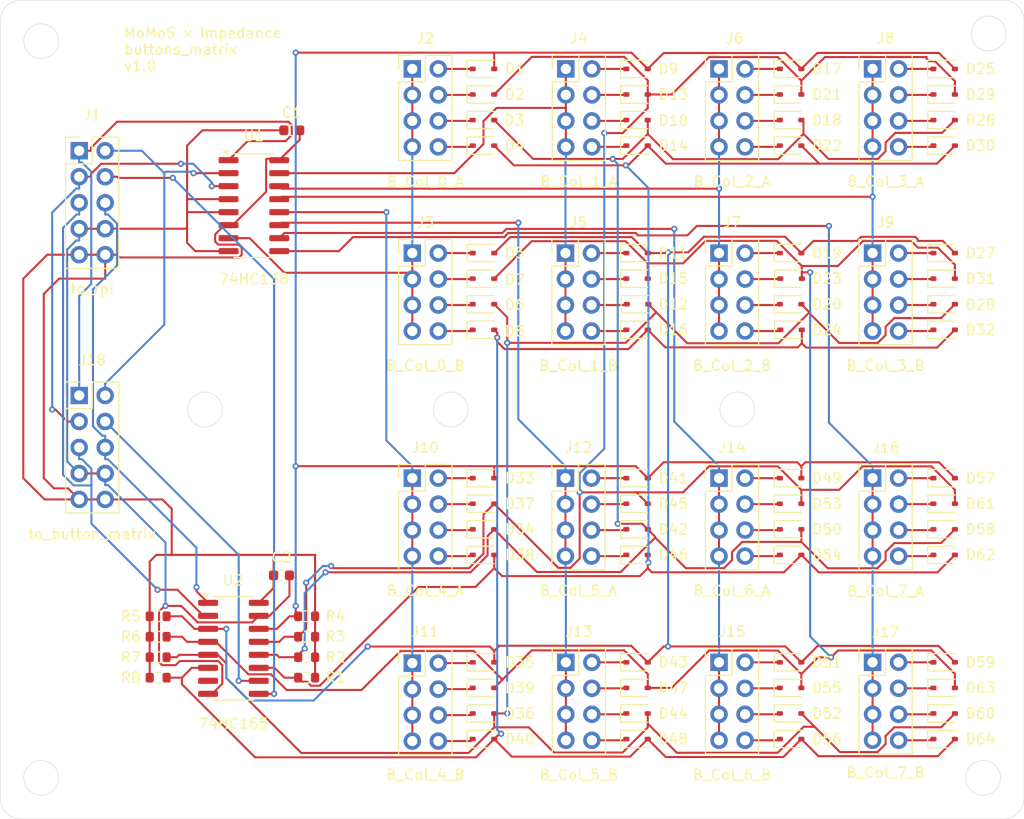
<source format=kicad_pcb>
(kicad_pcb (version 20240108) (generator "pcbnew") (generator_version "8.0")
  (layers (0 "F.Cu" signal) (31 "B.Cu" signal) (34 "B.Paste" user) (35 "F.Paste" user) (36 "B.SilkS" user "B.Silkscreen") (37 "F.SilkS" user "F.Silkscreen") (38 "B.Mask" user) (39 "F.Mask" user) (44 "Edge.Cuts" user))
  (net 0 "")
  (net 1 "GND")
  (net 2 "+3.3V")
  (net 3 "/B_Row_0")
  (net 4 "Net-(D1-K)")
  (net 5 "Net-(D2-K)")
  (net 6 "/B_Row_1")
  (net 7 "Net-(D3-K)")
  (net 8 "/B_Row_2")
  (net 9 "/B_Row_3")
  (net 10 "Net-(D4-K)")
  (net 11 "/B_Row_4")
  (net 12 "Net-(D5-K)")
  (net 13 "/B_Row_6")
  (net 14 "Net-(D6-K)")
  (net 15 "/B_Row_5")
  (net 16 "Net-(D7-K)")
  (net 17 "/B_Row_7")
  (net 18 "Net-(D8-K)")
  (net 19 "Net-(D9-K)")
  (net 20 "Net-(D10-K)")
  (net 21 "Net-(D11-K)")
  (net 22 "Net-(D12-K)")
  (net 23 "Net-(D13-K)")
  (net 24 "Net-(D14-K)")
  (net 25 "Net-(D15-K)")
  (net 26 "Net-(D16-K)")
  (net 27 "Net-(D17-K)")
  (net 28 "Net-(D18-K)")
  (net 29 "Net-(D19-K)")
  (net 30 "Net-(D20-K)")
  (net 31 "Net-(D21-K)")
  (net 32 "Net-(D22-K)")
  (net 33 "Net-(D23-K)")
  (net 34 "Net-(D24-K)")
  (net 35 "Net-(D25-K)")
  (net 36 "Net-(D26-K)")
  (net 37 "Net-(D27-K)")
  (net 38 "Net-(D28-K)")
  (net 39 "Net-(D29-K)")
  (net 40 "Net-(D30-K)")
  (net 41 "Net-(D31-K)")
  (net 42 "Net-(D32-K)")
  (net 43 "Net-(D33-K)")
  (net 44 "Net-(D34-K)")
  (net 45 "Net-(D35-K)")
  (net 46 "Net-(D36-K)")
  (net 47 "Net-(D37-K)")
  (net 48 "Net-(D38-K)")
  (net 49 "Net-(D39-K)")
  (net 50 "Net-(D40-K)")
  (net 51 "Net-(D41-K)")
  (net 52 "Net-(D42-K)")
  (net 53 "Net-(D43-K)")
  (net 54 "Net-(D44-K)")
  (net 55 "Net-(D45-K)")
  (net 56 "Net-(D46-K)")
  (net 57 "Net-(D47-K)")
  (net 58 "Net-(D48-K)")
  (net 59 "Net-(D49-K)")
  (net 60 "Net-(D50-K)")
  (net 61 "Net-(D51-K)")
  (net 62 "Net-(D52-K)")
  (net 63 "Net-(D53-K)")
  (net 64 "Net-(D54-K)")
  (net 65 "Net-(D55-K)")
  (net 66 "Net-(D56-K)")
  (net 67 "Net-(D57-K)")
  (net 68 "Net-(D58-K)")
  (net 69 "Net-(D59-K)")
  (net 70 "Net-(D60-K)")
  (net 71 "Net-(D61-K)")
  (net 72 "Net-(D62-K)")
  (net 73 "Net-(D63-K)")
  (net 74 "Net-(D64-K)")
  (net 75 "/DEC_A1")
  (net 76 "/DEC_A2")
  (net 77 "/DEC_A0")
  (net 78 "/SR_CLK")
  (net 79 "/SR_IN_DATA")
  (net 80 "/SR_IN_LATCH")
  (net 81 "/B_Col_0")
  (net 82 "/B_Col_1")
  (net 83 "/B_Col_2")
  (net 84 "/B_Col_3")
  (net 85 "/B_Col_4")
  (net 86 "/B_Col_5")
  (net 87 "/B_Col_6")
  (net 88 "/B_Col_7")
  (net 89 "/SR_IN_DAISYCHAIN")
  (footprint "Resistor_SMD:R_0603_1608Metric" (layer "F.Cu") (at 54.925 87.21)
    (property "Reference" "R3")
    (property "Value" "4K7" (hide yes))
  )
  (footprint "Connector_PinHeader_2.54mm:PinHeader_2x05_P2.54mm_Vertical" (layer "F.Cu") (at 32.71 63.63)
    (property "Reference" "J18")
    (property "Value" "to_button_matrix")
  )
  (footprint "Connector_PinHeader_2.54mm:PinHeader_2x04_P2.54mm_Vertical" (layer "F.Cu") (at 95.21 49.71)
    (property "Reference" "J7")
    (property "Value" "B_Col_2_B")
  )
  (footprint "Connector_PinHeader_2.54mm:PinHeader_2x04_P2.54mm_Vertical" (layer "F.Cu") (at 80.25 31.71)
    (property "Reference" "J4")
    (property "Value" "B_Col_1_A")
  )
  (footprint "Diode_SMD:D_SOD-323" (layer "F.Cu") (at 87.2 76.71)
    (property "Reference" "D42")
    (property "Value" "1N4148" (hide yes))
  )
  (footprint "Diode_SMD:D_SOD-323" (layer "F.Cu") (at 117.2 89.71)
    (property "Reference" "D59")
    (property "Value" "1N4148" (hide yes))
  )
  (footprint "Diode_SMD:D_SOD-323" (layer "F.Cu") (at 117.2 71.71)
    (property "Reference" "D57")
    (property "Value" "1N4148" (hide yes))
  )
  (footprint "Diode_SMD:D_SOD-323" (layer "F.Cu") (at 87.2 71.71)
    (property "Reference" "D41")
    (property "Value" "1N4148" (hide yes))
  )
  (footprint "Connector_PinHeader_2.54mm:PinHeader_2x04_P2.54mm_Vertical" (layer "F.Cu") (at 95.21 71.71)
    (property "Reference" "J14")
    (property "Value" "B_Col_6_A")
  )
  (footprint "Diode_SMD:D_SOD-323" (layer "F.Cu") (at 117.2 76.71)
    (property "Reference" "D58")
    (property "Value" "1N4148" (hide yes))
  )
  (footprint "Diode_SMD:D_SOD-323" (layer "F.Cu") (at 72.2 74.21)
    (property "Reference" "D37")
    (property "Value" "1N4148" (hide yes))
  )
  (footprint "Diode_SMD:D_SOD-323" (layer "F.Cu") (at 87.2 94.71)
    (property "Reference" "D44")
    (property "Value" "1N4148" (hide yes))
  )
  (footprint "Resistor_SMD:R_0603_1608Metric" (layer "F.Cu") (at 54.925 91.21)
    (property "Reference" "R1")
    (property "Value" "4K7" (hide yes))
  )
  (footprint "Diode_SMD:D_SOD-323" (layer "F.Cu") (at 72.2 34.21)
    (property "Reference" "D2")
    (property "Value" "1N4148" (hide yes))
  )
  (footprint "Connector_PinHeader_2.54mm:PinHeader_2x05_P2.54mm_Vertical" (layer "F.Cu") (at 32.71 39.71)
    (property "Reference" "J1")
    (property "Value" "to_rpi")
  )
  (footprint "Diode_SMD:D_SOD-323" (layer "F.Cu") (at 117.2 31.71)
    (property "Reference" "D25")
    (property "Value" "1N4148" (hide yes))
  )
  (footprint "Diode_SMD:D_SOD-323" (layer "F.Cu") (at 87.2 97.21)
    (property "Reference" "D48")
    (property "Value" "1N4148" (hide yes))
  )
  (footprint "Diode_SMD:D_SOD-323" (layer "F.Cu") (at 102.2 97.21)
    (property "Reference" "D56")
    (property "Value" "1N4148" (hide yes))
  )
  (footprint "Resistor_SMD:R_0603_1608Metric" (layer "F.Cu") (at 40.425 85.21 180)
    (property "Reference" "R5")
    (property "Value" "4K7" (hide yes))
  )
  (footprint "Diode_SMD:D_SOD-323" (layer "F.Cu") (at 87.2 52.21)
    (property "Reference" "D15")
    (property "Value" "1N4148" (hide yes))
  )
  (footprint "Capacitor_SMD:C_0603_1608Metric" (layer "F.Cu") (at 53.475 37.71)
    (property "Reference" "C1")
    (property "Value" "100n" (hide yes))
  )
  (footprint "Diode_SMD:D_SOD-323" (layer "F.Cu") (at 72.2 76.71)
    (property "Reference" "D34")
    (property "Value" "1N4148" (hide yes))
  )
  (footprint "Diode_SMD:D_SOD-323" (layer "F.Cu") (at 102.2 71.71)
    (property "Reference" "D49")
    (property "Value" "1N4148" (hide yes))
  )
  (footprint "Diode_SMD:D_SOD-323" (layer "F.Cu") (at 102.2 31.71)
    (property "Reference" "D17")
    (property "Value" "1N4148" (hide yes))
  )
  (footprint "Diode_SMD:D_SOD-323" (layer "F.Cu") (at 117.2 74.21)
    (property "Reference" "D61")
    (property "Value" "1N4148" (hide yes))
  )
  (footprint "Diode_SMD:D_SOD-323" (layer "F.Cu") (at 72.2 54.71)
    (property "Reference" "D6")
    (property "Value" "1N4148" (hide yes))
  )
  (footprint "Diode_SMD:D_SOD-323" (layer "F.Cu") (at 102.2 74.21)
    (property "Reference" "D53")
    (property "Value" "1N4148" (hide yes))
  )
  (footprint "Diode_SMD:D_SOD-323" (layer "F.Cu") (at 72.2 71.71)
    (property "Reference" "D33")
    (property "Value" "1N4148" (hide yes))
  )
  (footprint "Resistor_SMD:R_0603_1608Metric" (layer "F.Cu") (at 54.925 89.21)
    (property "Reference" "R2")
    (property "Value" "4K7" (hide yes))
  )
  (footprint "Diode_SMD:D_SOD-323" (layer "F.Cu") (at 102.2 79.21)
    (property "Reference" "D54")
    (property "Value" "1N4148" (hide yes))
  )
  (footprint "Diode_SMD:D_SOD-323" (layer "F.Cu") (at 72.2 52.21)
    (property "Reference" "D7")
    (property "Value" "1N4148" (hide yes))
  )
  (footprint "Diode_SMD:D_SOD-323" (layer "F.Cu") (at 117.2 49.71)
    (property "Reference" "D27")
    (property "Value" "1N4148" (hide yes))
  )
  (footprint "Diode_SMD:D_SOD-323" (layer "F.Cu") (at 102.25 52.21)
    (property "Reference" "D23")
    (property "Value" "1N4148" (hide yes))
  )
  (footprint "Diode_SMD:D_SOD-323" (layer "F.Cu") (at 72.2 31.71)
    (property "Reference" "D1")
    (property "Value" "1N4148" (hide yes))
  )
  (footprint "Diode_SMD:D_SOD-323" (layer "F.Cu") (at 87.2 39.21)
    (property "Reference" "D14")
    (property "Value" "1N4148" (hide yes))
  )
  (footprint "Diode_SMD:D_SOD-323" (layer "F.Cu") (at 87.2 34.21)
    (property "Reference" "D13")
    (property "Value" "1N4148" (hide yes))
  )
  (footprint "Diode_SMD:D_SOD-323" (layer "F.Cu") (at 87.2 74.21)
    (property "Reference" "D45")
    (property "Value" "1N4148" (hide yes))
  )
  (footprint "Diode_SMD:D_SOD-323" (layer "F.Cu") (at 102.2 94.71)
    (property "Reference" "D52")
    (property "Value" "1N4148" (hide yes))
  )
  (footprint "Diode_SMD:D_SOD-323" (layer "F.Cu") (at 87.25 54.71)
    (property "Reference" "D12")
    (property "Value" "1N4148" (hide yes))
  )
  (footprint "Diode_SMD:D_SOD-323" (layer "F.Cu") (at 87.2 57.21)
    (property "Reference" "D16")
    (property "Value" "1N4148" (hide yes))
  )
  (footprint "Diode_SMD:D_SOD-323" (layer "F.Cu") (at 102.2 54.71)
    (property "Reference" "D20")
    (property "Value" "1N4148" (hide yes))
  )
  (footprint "Diode_SMD:D_SOD-323" (layer "F.Cu") (at 102.25 57.21)
    (property "Reference" "D24")
    (property "Value" "1N4148" (hide yes))
  )
  (footprint "Diode_SMD:D_SOD-323" (layer "F.Cu") (at 87.2 36.71)
    (property "Reference" "D10")
    (property "Value" "1N4148" (hide yes))
  )
  (footprint "Diode_SMD:D_SOD-323" (layer "F.Cu") (at 117.2 34.21)
    (property "Reference" "D29")
    (property "Value" "1N4148" (hide yes))
  )
  (footprint "Diode_SMD:D_SOD-323" (layer "F.Cu") (at 87.2 92.21)
    (property "Reference" "D47")
    (property "Value" "1N4148" (hide yes))
  )
  (footprint "Resistor_SMD:R_0603_1608Metric" (layer "F.Cu") (at 40.425 91.21 180)
    (property "Reference" "R8")
    (property "Value" "4K7" (hide yes))
  )
  (footprint "Diode_SMD:D_SOD-323" (layer "F.Cu") (at 117.2 39.21)
    (property "Reference" "D30")
    (property "Value" "1N4148" (hide yes))
  )
  (footprint "Package_SO:SOIC-16_3.9x9.9mm_P1.27mm" (layer "F.Cu") (at 47.775 88.345)
    (property "Reference" "U2")
    (property "Value" "74HC165")
  )
  (footprint "Diode_SMD:D_SOD-323" (layer "F.Cu") (at 102.2 34.21)
    (property "Reference" "D21")
    (property "Value" "1N4148" (hide yes))
  )
  (footprint "Connector_PinHeader_2.54mm:PinHeader_2x04_P2.54mm_Vertical" (layer "F.Cu") (at 65.25 89.79)
    (property "Reference" "J11")
    (property "Value" "B_Col_4_B")
  )
  (footprint "Connector_PinHeader_2.54mm:PinHeader_2x04_P2.54mm_Vertical" (layer "F.Cu") (at 110.21 71.71)
    (property "Reference" "J16")
    (property "Value" "B_Col_7_A")
  )
  (footprint "Diode_SMD:D_SOD-323" (layer "F.Cu") (at 117.2 79.21)
    (property "Reference" "D62")
    (property "Value" "1N4148" (hide yes))
  )
  (footprint "Diode_SMD:D_SOD-323" (layer "F.Cu") (at 72.2 94.71)
    (property "Reference" "D36")
    (property "Value" "1N4148" (hide yes))
  )
  (footprint "Connector_PinHeader_2.54mm:PinHeader_2x04_P2.54mm_Vertical" (layer "F.Cu") (at 80.25 89.71)
    (property "Reference" "J13")
    (property "Value" "B_Col_5_B")
  )
  (footprint "Diode_SMD:D_SOD-323" (layer "F.Cu") (at 72.2 49.71)
    (property "Reference" "D5")
    (property "Value" "1N4148" (hide yes))
  )
  (footprint "Connector_PinHeader_2.54mm:PinHeader_2x04_P2.54mm_Vertical" (layer "F.Cu") (at 65.25 31.71)
    (property "Reference" "J2")
    (property "Value" "B_Col_0_A")
  )
  (footprint "Diode_SMD:D_SOD-323" (layer "F.Cu") (at 117.2 92.21)
    (property "Reference" "D63")
    (property "Value" "1N4148" (hide yes))
  )
  (footprint "Connector_PinHeader_2.54mm:PinHeader_2x04_P2.54mm_Vertical" (layer "F.Cu") (at 65.25 71.71)
    (property "Reference" "J10")
    (property "Value" "B_Col_4_A")
  )
  (footprint "Diode_SMD:D_SOD-323" (layer "F.Cu") (at 117.2 94.71)
    (property "Reference" "D60")
    (property "Value" "1N4148" (hide yes))
  )
  (footprint "Diode_SMD:D_SOD-323" (layer "F.Cu") (at 87.2 49.71)
    (property "Reference" "D11")
    (property "Value" "1N4148" (hide yes))
  )
  (footprint "Diode_SMD:D_SOD-323" (layer "F.Cu") (at 102.2 76.71)
    (property "Reference" "D50")
    (property "Value" "1N4148" (hide yes))
  )
  (footprint "Connector_PinHeader_2.54mm:PinHeader_2x04_P2.54mm_Vertical" (layer "F.Cu") (at 65.25 49.71)
    (property "Reference" "J3")
    (property "Value" "B_Col_0_B")
  )
  (footprint "Diode_SMD:D_SOD-323" (layer "F.Cu") (at 117.2 52.21)
    (property "Reference" "D31")
    (property "Value" "1N4148" (hide yes))
  )
  (footprint "Connector_PinHeader_2.54mm:PinHeader_2x04_P2.54mm_Vertical" (layer "F.Cu") (at 110.21 89.71)
    (property "Reference" "J17")
    (property "Value" "B_Col_7_B")
  )
  (footprint "Diode_SMD:D_SOD-323" (layer "F.Cu") (at 117.2 54.71)
    (property "Reference" "D28")
    (property "Value" "1N4148" (hide yes))
  )
  (footprint "Resistor_SMD:R_0603_1608Metric" (layer "F.Cu") (at 40.425 87.21 180)
    (property "Reference" "R6")
    (property "Value" "4K7" (hide yes))
  )
  (footprint "Resistor_SMD:R_0603_1608Metric" (layer "F.Cu") (at 40.425 89.21 180)
    (property "Reference" "R7")
    (property "Value" "4K7" (hide yes))
  )
  (footprint "Diode_SMD:D_SOD-323" (layer "F.Cu") (at 72.2 92.21)
    (property "Reference" "D39")
    (property "Value" "1N4148" (hide yes))
  )
  (footprint "Diode_SMD:D_SOD-323" (layer "F.Cu") (at 87.2 79.21)
    (property "Reference" "D46")
    (property "Value" "1N4148" (hide yes))
  )
  (footprint "Diode_SMD:D_SOD-323" (layer "F.Cu") (at 72.2 57.21)
    (property "Reference" "D8")
    (property "Value" "1N4148" (hide yes))
  )
  (footprint "Connector_PinHeader_2.54mm:PinHeader_2x04_P2.54mm_Vertical" (layer "F.Cu") (at 80.21 71.71)
    (property "Reference" "J12")
    (property "Value" "B_Col_5_A")
  )
  (footprint "Diode_SMD:D_SOD-323" (layer "F.Cu") (at 102.2 49.71)
    (property "Reference" "D19")
    (property "Value" "1N4148" (hide yes))
  )
  (footprint "Diode_SMD:D_SOD-323" (layer "F.Cu") (at 117.2 97.21)
    (property "Reference" "D64")
    (property "Value" "1N4148" (hide yes))
  )
  (footprint "Connector_PinHeader_2.54mm:PinHeader_2x04_P2.54mm_Vertical" (layer "F.Cu") (at 80.21 49.71)
    (property "Reference" "J5")
    (property "Value" "B_Col_1_B")
  )
  (footprint "Diode_SMD:D_SOD-323" (layer "F.Cu") (at 117.2 36.71)
    (property "Reference" "D26")
    (property "Value" "1N4148" (hide yes))
  )
  (footprint "Package_SO:SOIC-16_3.9x9.9mm_P1.27mm" (layer "F.Cu") (at 49.775 45.075)
    (property "Reference" "U1")
    (property "Value" "74HC138")
  )
  (footprint "Resistor_SMD:R_0603_1608Metric" (layer "F.Cu") (at 54.925 85.21)
    (property "Reference" "R4")
    (property "Value" "4K7" (hide yes))
  )
  (footprint "Diode_SMD:D_SOD-323" (layer "F.Cu") (at 72.2 36.71)
    (property "Reference" "D3")
    (property "Value" "1N4148" (hide yes))
  )
  (footprint "Diode_SMD:D_SOD-323" (layer "F.Cu") (at 102.2 92.21)
    (property "Reference" "D55")
    (property "Value" "1N4148" (hide yes))
  )
  (footprint "Diode_SMD:D_SOD-323" (layer "F.Cu") (at 87.2 89.71)
    (property "Reference" "D43")
    (property "Value" "1N4148" (hide yes))
  )
  (footprint "Connector_PinHeader_2.54mm:PinHeader_2x04_P2.54mm_Vertical" (layer "F.Cu") (at 110.21 31.71)
    (property "Reference" "J8")
    (property "Value" "B_Col_3_A")
  )
  (footprint "Diode_SMD:D_SOD-323" (layer "F.Cu") (at 102.2 89.71)
    (property "Reference" "D51")
    (property "Value" "1N4148" (hide yes))
  )
  (footprint "Capacitor_SMD:C_0603_1608Metric" (layer "F.Cu") (at 52.475 81.21 180)
    (property "Reference" "C2")
    (property "Value" "100n" (hide yes))
  )
  (footprint "Diode_SMD:D_SOD-323" (layer "F.Cu") (at 117.2 57.21)
    (property "Reference" "D32")
    (property "Value" "1N4148" (hide yes))
  )
  (footprint "Diode_SMD:D_SOD-323" (layer "F.Cu") (at 87.2 31.71)
    (property "Reference" "D9")
    (property "Value" "1N4148" (hide yes))
  )
  (footprint "Diode_SMD:D_SOD-323" (layer "F.Cu") (at 102.2 36.71)
    (property "Reference" "D18")
    (property "Value" "1N4148" (hide yes))
  )
  (footprint "Connector_PinHeader_2.54mm:PinHeader_2x04_P2.54mm_Vertical" (layer "F.Cu") (at 95.21 31.71)
    (property "Reference" "J6")
    (property "Value" "B_Col_2_A")
  )
  (footprint "Diode_SMD:D_SOD-323" (layer "F.Cu") (at 72.2 39.21)
    (property "Reference" "D4")
    (property "Value" "1N4148" (hide yes))
  )
  (footprint "Diode_SMD:D_SOD-323" (layer "F.Cu") (at 72.2 97.21)
    (property "Reference" "D40")
    (property "Value" "1N4148" (hide yes))
  )
  (footprint "Diode_SMD:D_SOD-323" (layer "F.Cu") (at 102.2 39.21)
    (property "Reference" "D22")
    (property "Value" "1N4148" (hide yes))
  )
  (footprint "Diode_SMD:D_SOD-323" (layer "F.Cu") (at 72.2 89.71)
    (property "Reference" "D35")
    (property "Value" "1N4148" (hide yes))
  )
  (footprint "Diode_SMD:D_SOD-323" (layer "F.Cu") (at 72.2 79.21)
    (property "Reference" "D38")
    (property "Value" "1N4148" (hide yes))
  )
  (footprint "Connector_PinHeader_2.54mm:PinHeader_2x04_P2.54mm_Vertical" (layer "F.Cu") (at 95.21 89.71)
    (property "Reference" "J15")
    (property "Value" "B_Col_6_B")
  )
  (footprint "Connector_PinHeader_2.54mm:PinHeader_2x04_P2.54mm_Vertical" (layer "F.Cu") (at 110.21 49.71)
    (property "Reference" "J9")
    (property "Value" "B_Col_3_B")
  )
  (gr_circle (center 29 101) (end 30.7 101) (stroke (width 0.05)) (fill none) (layer "Edge.Cuts"))
  (gr_line (start 25 103) (end 25 27) (stroke (width 0.05)) (layer "Edge.Cuts"))
  (gr_circle (center 29 29) (end 30.7 29) (stroke (width 0.05)) (fill none) (layer "Edge.Cuts"))
  (gr_circle (center 121 101) (end 122.7 101) (stroke (width 0.05)) (fill none) (layer "Edge.Cuts"))
  (gr_circle (center 121.55 28.25) (end 123.25 28.25) (stroke (width 0.05)) (fill none) (layer "Edge.Cuts"))
  (gr_line (start 123 105) (end 27 105) (stroke (width 0.05)) (layer "Edge.Cuts"))
  (gr_circle (center 45 65) (end 46.7 65) (stroke (width 0.05)) (fill none) (layer "Edge.Cuts"))
  (gr_arc (start 123 25) (mid 124.414214 25.585786) (end 125 27) (stroke (width 0.05)) (layer "Edge.Cuts"))
  (gr_line (start 27 25) (end 123 25) (stroke (width 0.05)) (layer "Edge.Cuts"))
  (gr_line (start 125 27) (end 125 103) (stroke (width 0.05)) (layer "Edge.Cuts"))
  (gr_circle (center 97 65) (end 98.7 65) (stroke (width 0.05)) (fill none) (layer "Edge.Cuts"))
  (gr_arc (start 25 27) (mid 25.585786 25.585786) (end 27 25) (stroke (width 0.05)) (layer "Edge.Cuts"))
  (gr_arc (start 125 103) (mid 124.414214 104.414214) (end 123 105) (stroke (width 0.05)) (layer "Edge.Cuts"))
  (gr_circle (center 69 65) (end 70.7 65) (stroke (width 0.05)) (fill none) (layer "Edge.Cuts"))
  (gr_arc (start 27 105) (mid 25.585786 104.414214) (end 25 103) (stroke (width 0.05)) (layer "Edge.Cuts"))
  (gr_text "MoMoS x Impedance\nbuttons_matrix\nv1.0" (at 37 32 0) (layer "F.SilkS") (effects (font (size 1 1)) (justify left bottom)))
  (segment (start 42.6791 84.2002) (end 41.1413 84.2002) (width 0.2) (layer "F.Cu") (net 1))
  (segment (start 32.71 47.33) (end 35.25 47.33) (width 0.2) (layer "F.Cu") (net 1))
  (segment (start 32.71 71.25) (end 35.25 71.25) (width 0.2) (layer "F.Cu") (net 1))
  (segment (start 50.25 85.17) (end 49.615 85.805) (width 0.2) (layer "F.Cu") (net 1))
  (segment (start 43.25 39.21) (end 43.25 44.46) (width 0.2) (layer "F.Cu") (net 1))
  (segment (start 43.25 45.71) (end 43.25 47.21) (width 0.2) (layer "F.Cu") (net 1))
  (segment (start 43.27 44.44) (end 43.25 44.46) (width 0.2) (layer "F.Cu") (net 1))
  (segment (start 44.75 37.71) (end 43.25 39.21) (width 0.2) (layer "F.Cu") (net 1))
  (segment (start 42.5357 89.5823) (end 46.2821 89.5823) (width 0.2) (layer "F.Cu") (net 1))
  (segment (start 42.1305 89.9875) (end 42.5357 89.5823) (width 0.2) (layer "F.Cu") (net 1))
  (segment (start 43.13 47.33) (end 43.25 47.21) (width 0.2) (layer "F.Cu") (net 1))
  (segment (start 52.7 37.71) (end 44.75 37.71) (width 0.2) (layer "F.Cu") (net 1))
  (segment (start 50.25 85.17) (end 51.29 85.17) (width 0.2) (layer "F.Cu") (net 1))
  (segment (start 46.6857 89.9859) (end 46.6857 91.8058) (width 0.2) (layer "F.Cu") (net 1))
  (segment (start 45.7015 92.79) (end 45.3 92.79) (width 0.2) (layer "F.Cu") (net 1))
  (segment (start 43.25 45.71) (end 47.3 45.71) (width 0.2) (layer "F.Cu") (net 1))
  (segment (start 41.1413 84.2002) (end 41.0486 84.2002) (width 0.2) (layer "F.Cu") (net 1))
  (segment (start 40.5086 89.6874) (end 40.8087 89.9875) (width 0.2) (layer "F.Cu") (net 1))
  (segment (start 47.3 44.44) (end 43.27 44.44) (width 0.2) (layer "F.Cu") (net 1))
  (segment (start 40.5086 84.7402) (end 40.5086 89.6874) (width 0.2) (layer "F.Cu") (net 1))
  (segment (start 46.2821 89.5823) (end 46.6857 89.9859) (width 0.2) (layer "F.Cu") (net 1))
  (segment (start 53.25 83.21) (end 53.25 81.21) (width 0.2) (layer "F.Cu") (net 1))
  (segment (start 44.2839 85.805) (end 42.6791 84.2002) (width 0.2) (layer "F.Cu") (net 1))
  (segment (start 46.6857 91.8058) (end 45.7015 92.79) (width 0.2) (layer "F.Cu") (net 1))
  (segment (start 44.06 49.52) (end 47.3 49.52) (width 0.2) (layer "F.Cu") (net 1))
  (segment (start 35.25 47.33) (end 43.13 47.33) (width 0.2) (layer "F.Cu") (net 1))
  (segment (start 43.25 47.21) (end 43.25 48.71) (width 0.2) (layer "F.Cu") (net 1))
  (segment (start 41.0486 84.2002) (end 40.5086 84.7402) (width 0.2) (layer "F.Cu") (net 1))
  (segment (start 51.29 85.17) (end 53.25 83.21) (width 0.2) (layer "F.Cu") (net 1))
  (segment (start 40.8087 89.9875) (end 42.1305 89.9875) (width 0.2) (layer "F.Cu") (net 1))
  (segment (start 43.25 48.71) (end 44.06 49.52) (width 0.2) (layer "F.Cu") (net 1))
  (segment (start 43.25 44.46) (end 43.25 45.71) (width 0.2) (layer "F.Cu") (net 1))
  (segment (start 49.615 85.805) (end 44.2839 85.805) (width 0.2) (layer "F.Cu") (net 1))
  (via (at 41.1413 84.2002) (size 0.6) (drill 0.3) (layers "F.Cu" "B.Cu") (net 1))
  (segment (start 31.5374 70.0774) (end 32.71 71.25) (width 0.2) (layer "B.Cu") (net 1))
  (segment (start 32.4221 48.4817) (end 31.5374 49.3664) (width 0.2) (layer "B.Cu") (net 1))
  (segment (start 32.71 48.4817) (end 32.4221 48.4817) (width 0.2) (layer "B.Cu") (net 1))
  (segment (start 41.1413 78.0051) (end 41.1413 84.2002) (width 0.2) (layer "B.Cu") (net 1))
  (segment (start 35.25 71.25) (end 35.25 72.4017) (width 0.2) (layer "B.Cu") (net 1))
  (segment (start 35.25 72.4017) (end 35.5379 72.4017) (width 0.2) (layer "B.Cu") (net 1))
  (segment (start 32.71 47.33) (end 32.71 48.4817) (width 0.2) (layer "B.Cu") (net 1))
  (segment (start 35.5379 72.4017) (end 41.1413 78.0051) (width 0.2) (layer "B.Cu") (net 1))
  (segment (start 31.5374 49.3664) (end 31.5374 70.0774) (width 0.2) (layer "B.Cu") (net 1))
  (segment (start 50.25 83.9) (end 51.7 82.45) (width 0.2) (layer "F.Cu") (net 2))
  (segment (start 35.25 52.21) (end 30.75 52.21) (width 0.2) (layer "F.Cu") (net 2))
  (segment (start 54.25 38.63) (end 54.25 37.71) (width 0.2) (layer "F.Cu") (net 2))
  (segment (start 32.71 49.87) (end 35.25 49.87) (width 0.2) (layer "F.Cu") (net 2))
  (segment (start 48.5863 49.8832) (end 48.3312 50.1383) (width 0.2) (layer "F.Cu") (net 2))
  (segment (start 45.9933 48.583) (end 46.2953 48.885) (width 0.2) (layer "F.Cu") (net 2))
  (segment (start 35.25 49.87) (end 36.4017 49.87) (width 0.2) (layer "F.Cu") (net 2))
  (segment (start 45.9933 47.8784) (end 45.9933 48.583) (width 0.2) (layer "F.Cu") (net 2))
  (segment (start 41.75 79.21) (end 41.75 74.71) (width 0.2) (layer "F.Cu") (net 2))
  (segment (start 47.3 46.98) (end 46.8917 46.98) (width 0.2) (layer "F.Cu") (net 2))
  (segment (start 29.59 49.87) (end 32.71 49.87) (width 0.2) (layer "F.Cu") (net 2))
  (segment (start 50.9742 41.5611) (end 50.9727 41.5626) (width 0.2) (layer "F.Cu") (net 2))
  (segment (start 51.0347 40.4946) (end 50.9742 40.5551) (width 0.2) (layer "F.Cu") (net 2))
  (segment (start 41.75 74.71) (end 40.83 73.79) (width 0.2) (layer "F.Cu") (net 2))
  (segment (start 51.75 79.21) (end 55.75 79.21) (width 0.2) (layer "F.Cu") (net 2))
  (segment (start 51.7 81.21) (end 51.7 79.26) (width 0.2) (layer "F.Cu") (net 2))
  (segment (start 31.63 72.71) (end 32.71 73.79) (width 0.2) (layer "F.Cu") (net 2))
  (segment (start 39.6 85.21) (end 39.6 87.21) (width 0.2) (layer "F.Cu") (net 2))
  (segment (start 52.3854 40.4946) (end 51.0347 40.4946) (width 0.2) (layer "F.Cu") (net 2))
  (segment (start 50.9742 40.5551) (end 50.9742 41.5611) (width 0.2) (layer "F.Cu") (net 2))
  (segment (start 39.6 79.86) (end 39.6 85.21) (width 0.2) (layer "F.Cu") (net 2))
  (segment (start 47.7064 46.98) (end 47.3 46.98) (width 0.2) (layer "F.Cu") (net 2))
  (segment (start 51.75 79.21) (end 41.75 79.21) (width 0.2) (layer "F.Cu") (net 2))
  (segment (start 30.75 52.21) (end 29.25 53.71) (width 0.2) (layer "F.Cu") (net 2))
  (segment (start 55.75 79.21) (end 55.75 85.21) (width 0.2) (layer "F.Cu") (net 2))
  (segment (start 40.83 73.79) (end 35.25 73.79) (width 0.2) (layer "F.Cu") (net 2))
  (segment (start 48.301 48.885) (end 48.5863 49.1703) (width 0.2) (layer "F.Cu") (net 2))
  (segment (start 53.4178 39.4622) (end 52.3854 40.4946) (width 0.2) (layer "F.Cu") (net 2))
  (segment (start 52.25 40.63) (end 53.4178 39.4622) (width 0.2) (layer "F.Cu") (net 2))
  (segment (start 53.4178 39.4622) (end 54.25 38.63) (width 0.2) (layer "F.Cu") (net 2))
  (segment (start 50.9727 41.5626) (end 50.9727 43.7137) (width 0.2) (layer "F.Cu") (net 2))
  (segment (start 27.25 71.71) (end 27.25 52.21) (width 0.2) (layer "F.Cu") (net 2))
  (segment (start 36.67 50.1383) (end 36.4017 49.87) (width 0.2) (layer "F.Cu") (net 2))
  (segment (start 29.25 53.71) (end 29.25 71.71) (width 0.2) (layer "F.Cu") (net 2))
  (segment (start 46.8917 46.98) (end 45.9933 47.8784) (width 0.2) (layer "F.Cu") (net 2))
  (segment (start 55.75 85.21) (end 55.75 87.21) (width 0.2) (layer "F.Cu") (net 2))
  (segment (start 30.25 72.71) (end 31.63 72.71) (width 0.2) (layer "F.Cu") (net 2))
  (segment (start 50.9727 43.7137) (end 47.7064 46.98) (width 0.2) (layer "F.Cu") (net 2))
  (segment (start 51.7 79.26) (end 51.75 79.21) (width 0.2) (layer "F.Cu") (net 2))
  (segment (start 27.25 52.21) (end 29.59 49.87) (width 0.2) (layer "F.Cu") (net 2))
  (segment (start 35.25 73.79) (end 32.71 73.79) (width 0.2) (layer "F.Cu") (net 2))
  (segment (start 29.25 71.71) (end 30.25 72.71) (width 0.2) (layer "F.Cu") (net 2))
  (segment (start 29.33 73.79) (end 27.25 71.71) (width 0.2) (layer "F.Cu") (net 2))
  (segment (start 46.2953 48.885) (end 48.301 48.885) (width 0.2) (layer "F.Cu") (net 2))
  (segment (start 55.75 89.21) (end 55.75 91.21) (width 0.2) (layer "F.Cu") (net 2))
  (segment (start 39.6 87.21) (end 39.6 89.21) (width 0.2) (layer "F.Cu") (net 2))
  (segment (start 48.3312 50.1383) (end 36.67 50.1383) (width 0.2) (layer "F.Cu") (net 2))
  (segment (start 51.7 82.45) (end 51.7 81.21) (width 0.2) (layer "F.Cu") (net 2))
  (segment (start 39.6 89.21) (end 39.6 91.21) (width 0.2) (layer "F.Cu") (net 2))
  (segment (start 41.75 79.21) (end 40.25 79.21) (width 0.2) (layer "F.Cu") (net 2))
  (segment (start 48.5863 49.1703) (end 48.5863 49.8832) (width 0.2) (layer "F.Cu") (net 2))
  (segment (start 55.75 87.21) (end 55.75 89.21) (width 0.2) (layer "F.Cu") (net 2))
  (segment (start 32.71 73.79) (end 29.33 73.79) (width 0.2) (layer "F.Cu") (net 2))
  (segment (start 35.25 49.87) (end 35.25 52.21) (width 0.2) (layer "F.Cu") (net 2))
  (segment (start 40.25 79.21) (end 39.6 79.86) (width 0.2) (layer "F.Cu") (net 2))
  (segment (start 102.8483 70.1566) (end 89.8034 70.1566) (width 0.2) (layer "F.Cu") (net 3))
  (segment (start 73.25 30.1204) (end 53.8605 30.1204) (width 0.2) (layer "F.Cu") (net 3))
  (segment (start 73.25 31.71) (end 73.25 30.1204) (width 0.2) (layer "F.Cu") (net 3))
  (segment (start 118.25 71.71) (end 116.6966 70.1566) (width 0.2) (layer "F.Cu") (net 3))
  (segment (start 116.6888 30.1488) (end 118.25 31.71) (width 0.2) (layer "F.Cu") (net 3))
  (segment (start 103.25 71.71) (end 103.25 70.5583) (width 0.2) (layer "F.Cu") (net 3))
  (segment (start 73.25 71.71) (end 73.25 70.5403) (width 0.2) (layer "F.Cu") (net 3))
  (segment (start 53.675 85.21) (end 53.8605 85.0245) (width 0.2) (layer "F.Cu") (net 3))
  (segment (start 103.6517 70.1566) (end 103.25 70.5583) (width 0.2) (layer "F.Cu") (net 3))
  (segment (start 52.02 86.44) (end 53.25 85.21) (width 0.2) (layer "F.Cu") (net 3))
  (segment (start 86.6604 30.1204) (end 73.25 30.1204) (width 0.2) (layer "F.Cu") (net 3))
  (segment (start 89.8034 30.1566) (end 88.25 31.71) (width 0.2) (layer "F.Cu") (net 3))
  (segment (start 53.675 85.21) (end 54.1 85.21) (width 0.2) (layer "F.Cu") (net 3))
  (segment (start 104.8112 30.1488) (end 116.6888 30.1488) (width 0.2) (layer "F.Cu") (net 3))
  (segment (start 53.8605 70.5403) (end 73.25 70.5403) (width 0.2) (layer "F.Cu") (net 3))
  (segment (start 103.25 31.71) (end 104.8112 30.1488) (width 0.2) (layer "F.Cu") (net 3))
  (segment (start 87.0803 70.5403) (end 73.25 70.5403) (width 0.2) (layer "F.Cu") (net 3))
  (segment (start 103.25 31.71) (end 101.6966 30.1566) (width 0.2) (layer "F.Cu") (net 3))
  (segment (start 103.25 70.5583) (end 102.8483 70.1566) (width 0.2) (layer "F.Cu") (net 3))
  (segment (start 88.25 71.71) (end 87.0803 70.5403) (width 0.2) (layer "F.Cu") (net 3))
  (segment (start 88.25 31.71) (end 86.6604 30.1204) (width 0.2) (layer "F.Cu") (net 3))
  (segment (start 101.6966 30.1566) (end 89.8034 30.1566) (width 0.2) (layer "F.Cu") (net 3))
  (segment (start 53.8605 85.0245) (end 53.8605 84.2037) (width 0.2) (layer "F.Cu") (net 3))
  (segment (start 53.25 85.21) (end 53.675 85.21) (width 0.2) (layer "F.Cu") (net 3))
  (segment (start 50.25 86.44) (end 52.02 86.44) (width 0.2) (layer "F.Cu") (net 3))
  (segment (start 89.8034 70.1566) (end 88.25 71.71) (width 0.2) (layer "F.Cu") (net 3))
  (segment (start 116.6966 70.1566) (end 103.6517 70.1566) (width 0.2) (layer "F.Cu") (net 3))
  (via (at 53.8605 30.1204) (size 0.6) (drill 0.3) (layers "F.Cu" "B.Cu") (net 3))
  (via (at 53.8605 84.2037) (size 0.6) (drill 0.3) (layers "F.Cu" "B.Cu") (net 3))
  (via (at 53.8605 70.5403) (size 0.6) (drill 0.3) (layers "F.Cu" "B.Cu") (net 3))
  (segment (start 53.8605 70.5403) (end 53.8605 84.2037) (width 0.2) (layer "B.Cu") (net 3))
  (segment (start 53.8605 70.5403) (end 53.8605 30.1204) (width 0.2) (layer "B.Cu") (net 3))
  (segment (start 67.79 31.71) (end 71.15 31.71) (width 0.2) (layer "F.Cu") (net 4))
  (segment (start 67.79 34.25) (end 71.11 34.25) (width 0.2) (layer "F.Cu") (net 5))
  (segment (start 71.11 34.25) (end 71.15 34.21) (width 0.2) (layer "F.Cu") (net 5))
  (segment (start 103.25 32.853) (end 100.9553 30.5583) (width 0.2) (layer "F.Cu") (net 6))
  (segment (start 94.235 30.5583) (end 90.5834 34.2099) (width 0.2) (layer "F.Cu") (net 6))
  (segment (start 73.25 34.21) (end 76.924 30.536) (width 0.2) (layer "F.Cu") (net 6))
  (segment (start 115.7255 30.9507) (end 116.2241 30.9507) (width 0.2) (layer "F.Cu") (net 6))
  (segment (start 90.5834 34.2099) (end 90.5834 34.21) (width 0.2) (layer "F.Cu") (net 6))
  (segment (start 116.2588 30.916) (end 118.25 32.9072) (width 0.2) (layer "F.Cu") (net 6))
  (segment (start 81.5983 73.0983) (end 81.5983 79.5705) (width 0.2) (layer "F.Cu") (net 6))
  (segment (start 91.6951 73.0982) (end 91.6951 73.0983) (width 0.2) (layer "F.Cu") (net 6))
  (segment (start 50.25 87.71) (end 52.25 87.71) (width 0.2) (layer "F.Cu") (net 6))
  (segment (start 103.25 34.21) (end 103.25 32.853) (width 0.2) (layer "F.Cu") (net 6))
  (segment (start 103.25 32.853) (end 105.5525 30.5505) (width 0.2) (layer "F.Cu") (net 6))
  (segment (start 115.4901 30.7153) (end 115.7255 30.9507) (width 0.2) (layer "F.Cu") (net 6))
  (segment (start 81.5983 79.5705) (end 80.6871 80.4817) (width 0.2) (layer "F.Cu") (net 6))
  (segment (start 106.9416 72.8518) (end 103.25 72.8518) (width 0.2) (layer "F.Cu") (net 6))
  (segment (start 109.235 70.5583) (end 106.9416 72.8517) (width 0.2) (layer "F.Cu") (net 6))
  (segment (start 100.9553 30.5583) (end 94.235 30.5583) (width 0.2) (layer "F.Cu") (net 6))
  (segment (start 116.2241 30.9507) (end 116.2588 30.916) (width 0.2) (layer "F.Cu") (net 6))
  (segment (start 100.9565 70.5583) (end 94.235 70.5583) (width 0.2) (layer "F.Cu") (net 6))
  (segment (start 85.8013 37.9847) (end 84.0013 37.9847) (width 0.2) (layer "F.Cu") (net 6))
  (segment (start 79.5217 80.4817) (end 73.25 74.21) (width 0.2) (layer "F.Cu") (net 6))
  (segment (start 52.25 87.71) (end 52.75 87.21) (width 0.2) (layer "F.Cu") (net 6))
  (segment (start 103.25 74.21) (end 103.25 72.8518) (width 0.2) (layer "F.Cu") (net 6))
  (segment (start 118.25 72.853) (end 115.9553 70.5583) (width 0.2) (layer "F.Cu") (net 6))
  (segment (start 54.1 87.21) (end 54.8839 86.4261) (width 0.2) (layer "F.Cu") (net 6))
  (segment (start 72.2 79.086) (end 70.7751 80.5109) (width 0.2) (layer "F.Cu") (net 6))
  (segment (start 115.4901 30.5505) (end 115.4901 30.7153) (width 0.2) (layer "F.Cu") (net 6))
  (segment (start 52.75 87.21) (end 54.1 87.21) (width 0.2) (layer "F.Cu") (net 6))
  (segment (start 70.7751 80.5109) (end 57.5351 80.5109) (width 0.2) (layer "F.Cu") (net 6))
  (segment (start 105.5525 30.5505) (end 115.4901 30.5505) (width 0.2) (layer "F.Cu") (net 6))
  (segment (start 115.9553 70.5583) (end 109.235 70.5583) (width 0.2) (layer "F.Cu") (net 6))
  (segment (start 76.924 30.536) (end 85.9474 30.536) (width 0.2) (layer "F.Cu") (net 6))
  (segment (start 118.25 32.9072) (end 118.25 34.21) (width 0.2) (layer "F.Cu") (net 6))
  (segment (start 72.2 75.26) (end 72.2 79.086) (width 0.2) (layer "F.Cu") (net 6))
  (segment (start 85.9474 30.536) (end 88.25 32.8386) (width 0.2) (layer "F.Cu") (net 6))
  (segment (start 88.25 74.21) (end 87.1383 73.0983) (width 0.2) (layer "F.Cu") (net 6))
  (segment (start 73.25 74.21) (end 72.2 75.26) (width 0.2) (layer "F.Cu") (net 6))
  (segment (start 87.1383 73.0983) (end 81.5983 73.0983) (width 0.2) (layer "F.Cu") (net 6))
  (segment (start 103.25 72.8518) (end 100.9565 70.5583) (width 0.2) (layer "F.Cu") (net 6))
  (segment (start 118.25 74.21) (end 118.25 72.853) (width 0.2) (layer "F.Cu") (net 6))
  (segment (start 106.9416 72.8517) (end 106.9416 72.8518) (width 0.2) (layer "F.Cu") (net 6))
  (segment (start 94.235 70.5583) (end 91.6951 73.0982) (width 0.2) (layer "F.Cu") (net 6))
  (segment (start 88.25 32.8386) (end 88.25 34.21) (width 0.2) (layer "F.Cu") (net 6))
  (segment (start 57.5351 80.5109) (end 57.3183 80.2941) (width 0.2) (layer "F.Cu") (net 6))
  (segment (start 90.5834 34.21) (end 88.25 34.21) (width 0.2) (layer "F.Cu") (net 6))
  (segment (start 91.6951 73.0983) (end 87.1383 73.0983) (width 0.2) (layer "F.Cu") (net 6))
  (segment (start 54.8839 86.4261) (end 54.8839 81.9247) (width 0.2) (layer "F.Cu") (net 6))
  (segment (start 80.6871 80.4817) (end 79.5217 80.4817) (width 0.2) (layer "F.Cu") (net 6))
  (segment (start 88.25 35.536) (end 85.8013 37.9847) (width 0.2) (layer "F.Cu") (net 6))
  (segment (start 88.25 34.21) (end 88.25 35.536) (width 0.2) (layer "F.Cu") (net 6))
  (via (at 84.0013 37.9847) (size 0.6) (drill 0.3) (layers "F.Cu" "B.Cu") (net 6))
  (via (at 54.8839 81.9247) (size 0.6) (drill 0.3) (layers "F.Cu" "B.Cu") (net 6))
  (via (at 57.3183 80.2941) (size 0.6) (drill 0.3) (layers "F.Cu" "B.Cu") (net 6))
  (via (at 81.5983 73.0983) (size 0.6) (drill 0.3) (layers "F.Cu" "B.Cu") (net 6))
  (segment (start 81.5983 71.2329) (end 81.5983 73.0983) (width 0.2) (layer "B.Cu") (net 6))
  (segment (start 84.0013 68.8299) (end 81.5983 71.2329) (width 0.2) (layer "B.Cu") (net 6))
  (segment (start 57.3183 80.2941) (end 56.5145 80.2941) (width 0.2) (layer "B.Cu") (net 6))
  (segment (start 84.0013 37.9847) (end 84.0013 68.8299) (width 0.2) (layer "B.Cu") (net 6))
  (segment (start 56.5145 80.2941) (end 54.8839 81.9247) (width 0.2) (layer "B.Cu") (net 6))
  (segment (start 67.79 36.79) (end 71.07 36.79) (width 0.2) (layer "F.Cu") (net 7))
  (segment (start 71.07 36.79) (end 71.15 36.71) (width 0.2) (layer "F.Cu") (net 7))
  (segment (start 100.987 40.5309) (end 90.7144 40.5309) (width 0.2) (layer "F.Cu") (net 8))
  (segment (start 77.0509 40.5109) (end 84.8256 40.5109) (width 0.2) (layer "F.Cu") (net 8))
  (segment (start 90.7144 40.5309) (end 88.25 38.0665) (width 0.2) (layer "F.Cu") (net 8))
  (segment (start 111.48 38.9116) (end 111.48 39.7548) (width 0.2) (layer "F.Cu") (net 8))
  (segment (start 103.25 77.9417) (end 97.4742 77.9417) (width 0.2) (layer "F.Cu") (net 8))
  (segment (start 111.48 39.7548) (end 110.7202 40.5146) (width 0.2) (layer "F.Cu") (net 8))
  (segment (start 88.975 77.435) (end 88.25 76.71) (width 0.2) (layer "F.Cu") (net 8))
  (segment (start 97.4742 77.9417) (end 96.48 78.9359) (width 0.2) (layer "F.Cu") (net 8))
  (segment (start 111.48 79.7144) (end 110.6774 80.517) (width 0.2) (layer "F.Cu") (net 8))
  (segment (start 73.25 76.71) (end 77.4234 80.8834) (width 0.2) (layer "F.Cu") (net 8))
  (segment (start 87.7057 76.1657) (end 85.3156 76.1657) (width 0.2) (layer "F.Cu") (net 8))
  (segment (start 103.25 76.71) (end 103.25 77.9417) (width 0.2) (layer "F.Cu") (net 8))
  (segment (start 110.7202 40.5146) (end 105.9125 40.5146) (width 0.2) (layer "F.Cu") (net 8))
  (segment (start 112.4316 37.96) (end 111.48 38.9116) (width 0.2) (layer "F.Cu") (net 8))
  (segment (start 72.6017 77.3583) (end 72.6017 79.2523) (width 0.2) (layer "F.Cu") (net 8))
  (segment (start 103.4579 38.06) (end 103.4579 36.9179) (width 0.2) (layer "F.Cu") (net 8))
  (segment (start 52.02 88.98) (end 52.25 89.21) (width 0.2) (layer "F.Cu") (net 8))
  (segment (start 53.8956 89.21) (end 54.7371 88.3685) (width 0.2) (layer "F.Cu") (net 8))
  (segment (start 50.25 88.98) (end 52.02 88.98) (width 0.2) (layer "F.Cu") (net 8))
  (segment (start 105.8253 80.517) (end 103.25 77.9417) (width 0.2) (layer "F.Cu") (net 8))
  (segment (start 77.4234 80.8834) (end 85.6094 80.8834) (width 0.2) (layer "F.Cu") (net 8))
  (segment (start 110.6774 80.517) (end 105.8253 80.517) (width 0.2) (layer "F.Cu") (net 8))
  (segment (start 88.25 38.0665) (end 88.25 36.71) (width 0.2) (layer "F.Cu") (net 8))
  (segment (start 73.25 76.71) (end 72.6017 77.3583) (width 0.2) (layer "F.Cu") (net 8))
  (segment (start 95.6927 80.5107) (end 91.9679 80.5107) (width 0.2) (layer "F.Cu") (net 8))
  (segment (start 91.9679 80.5107) (end 88.975 77.5178) (width 0.2) (layer "F.Cu") (net 8))
  (segment (start 116.9 78.06) (end 112.3316 78.06) (width 0.2) (layer "F.Cu") (net 8))
  (segment (start 53.8956 89.21) (end 54.1 89.21) (width 0.2) (layer "F.Cu") (net 8))
  (segment (start 118.25 36.71) (end 117 37.96) (width 0.2) (layer "F.Cu") (net 8))
  (segment (start 112.3316 78.06) (end 111.48 78.9116) (width 0.2) (layer "F.Cu") (net 8))
  (segment (start 73.25 36.71) (end 77.0509 40.5109) (width 0.2) (layer "F.Cu") (net 8))
  (segment (start 111.48 78.9116) (end 111.48 79.7144) (width 0.2) (layer "F.Cu") (net 8))
  (segment (start 96.48 79.7234) (end 95.6927 80.5107) (width 0.2) (layer "F.Cu") (net 8))
  (segment (start 88.25 76.71) (end 87.7057 76.1657) (width 0.2) (layer "F.Cu") (net 8))
  (segment (start 96.48 78.9359) (end 96.48 79.7234) (width 0.2) (layer "F.Cu") (net 8))
  (segment (start 103.4579 36.9179) (end 103.25 36.71) (width 0.2) (layer "F.Cu") (net 8))
  (segment (start 105.9125 40.5146) (end 103.4579 38.06) (width 0.2) (layer "F.Cu") (net 8))
  (segment (start 84.8256 40.5109) (end 85.8056 40.5109) (width 0.2) (layer "F.Cu") (net 8))
  (segment (start 52.25 89.21) (end 53.8956 89.21) (width 0.2) (layer "F.Cu") (net 8))
  (segment (start 117 37.96) (end 112.4316 37.96) (width 0.2) (layer "F.Cu") (net 8))
  (segment (start 88.975 77.5178) (end 88.975 77.435) (width 0.2) (layer "F.Cu") (net 8))
  (segment (start 85.6094 80.8834) (end 88.975 77.5178) (width 0.2) (layer "F.Cu") (net 8))
  (segment (start 70.9414 80.9126) (end 56.7716 80.9126) (width 0.2) (layer "F.Cu") (net 8))
  (segment (start 85.8056 40.5109) (end 88.25 38.0665) (width 0.2) (layer "F.Cu") (net 8))
  (segment (start 118.25 76.71) (end 116.9 78.06) (width 0.2) (layer "F.Cu") (net 8))
  (segment (start 103.4579 38.06) (end 100.987 40.5309) (width 0.2) (layer "F.Cu") (net 8))
  (segment (start 72.6017 79.2523) (end 70.9414 80.9126) (width 0.2) (layer "F.Cu") (net 8))
  (via (at 85.3156 76.1657) (size 0.6) (drill 0.3) (layers "F.Cu" "B.Cu") (net 8))
  (via (at 56.7716 80.9126) (size 0.6) (drill 0.3) (layers "F.Cu" "B.Cu") (net 8))
  (via (at 84.8256 40.5109) (size 0.6) (drill 0.3) (layers "F.Cu" "B.Cu") (net 8))
  (via (at 54.7371 88.3685) (size 0.6) (drill 0.3) (layers "F.Cu" "B.Cu") (net 8))
  (segment (start 85.3156 41.0009) (end 84.8256 40.5109) (width 0.2) (layer "B.Cu") (net 8))
  (segment (start 85.3156 76.1657) (end 85.3156 41.0009) (width 0.2) (layer "B.Cu") (net 8))
  (segment (start 54.7371 82.9471) (end 56.7716 80.9126) (width 0.2) (layer "B.Cu") (net 8))
  (segment (start 54.7371 88.3685) (end 54.7371 82.9471) (width 0.2) (layer "B.Cu") (net 8))
  (segment (start 73.25 80.5107) (end 74.0244 81.2851) (width 0.2) (layer "F.Cu") (net 9))
  (segment (start 116.4922 40.9678) (end 105.0078 40.9678) (width 0.2) (layer "F.Cu") (net 9))
  (segment (start 73.25 80.5107) (end 71.4149 82.3458) (width 0.2) (layer "F.Cu") (net 9))
  (segment (start 75.1769 41.1369) (end 73.25 39.21) (width 0.2) (layer "F.Cu") (net 9))
  (segment (start 86.1024 41.1369) (end 75.1769 41.1369) (width 0.2) (layer "F.Cu") (net 9))
  (segment (start 87.4756 81.2851) (end 88.25 80.5107) (width 0.2) (layer "F.Cu") (net 9))
  (segment (start 71.4149 82.3458) (end 65.8623 82.3458) (width 0.2) (layer "F.Cu") (net 9))
  (segment (start 86.3231 41.1369) (end 86.1024 41.1369) (width 0.2) (layer "F.Cu") (net 9))
  (segment (start 88.25 39.21) (end 86.3231 41.1369) (width 0.2) (layer "F.Cu") (net 9))
  (segment (start 118.25 39.21) (end 116.4922 40.9678) (width 0.2) (layer "F.Cu") (net 9))
  (segment (start 54.4879 91.5979) (end 54.1 91.21) (width 0.2) (layer "F.Cu") (net 9))
  (segment (start 88.25 79.9563) (end 88.25 79.21) (width 0.2) (layer "F.Cu") (net 9))
  (segment (start 116.5413 80.9187) (end 118.25 79.21) (width 0.2) (layer "F.Cu") (net 9))
  (segment (start 104.9587 80.9187) (end 116.5413 80.9187) (width 0.2) (layer "F.Cu") (net 9))
  (segment (start 88.25 80.5107) (end 88.25 79.9563) (width 0.2) (layer "F.Cu") (net 9))
  (segment (start 105.0078 40.9678) (end 90.0078 40.9678) (width 0.2) (layer "F.Cu") (net 9))
  (segment (start 101.5476 80.9124) (end 103.25 79.21) (width 0.2) (layer "F.Cu") (net 9))
  (segment (start 103.25 79.21) (end 104.9587 80.9187) (width 0.2) (layer "F.Cu") (net 9))
  (segment (start 73.25 79.21) (end 73.25 80.5107) (width 0.2) (layer "F.Cu") (net 9))
  (segment (start 56.2106 91.9975) (end 55.3518 91.9975) (width 0.2) (layer "F.Cu") (net 9))
  (segment (start 74.0244 81.2851) (end 87.4756 81.2851) (width 0.2) (layer "F.Cu") (net 9))
  (segment (start 55.3518 91.9975) (end 54.9523 91.598) (width 0.2) (layer "F.Cu") (net 9))
  (segment (start 52.75 91.21) (end 54.1 91.21) (width 0.2) (layer "F.Cu") (net 9))
  (segment (start 90.0078 40.9678) (end 88.25 39.21) (width 0.2) (layer "F.Cu") (net 9))
  (segment (start 54.9523 91.598) (end 54.9523 91.5979) (width 0.2) (layer "F.Cu") (net 9))
  (segment (start 65.8623 82.3458) (end 56.2106 91.9975) (width 0.2) (layer "F.Cu") (net 9))
  (segment (start 51.79 90.25) (end 52.75 91.21) (width 0.2) (layer "F.Cu") (net 9))
  (segment (start 88.25 79.9563) (end 88.3139 79.9563) (width 0.2) (layer "F.Cu") (net 9))
  (segment (start 54.9523 91.5979) (end 54.4879 91.5979) (width 0.2) (layer "F.Cu") (net 9))
  (segment (start 88.25 80.5107) (end 88.6517 80.9124) (width 0.2) (layer "F.Cu") (net 9))
  (segment (start 50.25 90.25) (end 51.79 90.25) (width 0.2) (layer "F.Cu") (net 9))
  (segment (start 88.6517 80.9124) (end 101.5476 80.9124) (width 0.2) (layer "F.Cu") (net 9))
  (segment (start 103.25 39.21) (end 105.0078 40.9678) (width 0.2) (layer "F.Cu") (net 9))
  (via (at 88.3139 79.9563) (size 0.6) (drill 0.3) (layers "F.Cu" "B.Cu") (net 9))
  (via (at 86.1024 41.1369) (size 0.6) (drill 0.3) (layers "F.Cu" "B.Cu") (net 9))
  (segment (start 88.3139 79.9563) (end 88.3139 43.3484) (width 0.2) (layer "B.Cu") (net 9))
  (segment (start 88.3139 43.3484) (end 86.1024 41.1369) (width 0.2) (layer "B.Cu") (net 9))
  (segment (start 71.03 39.33) (end 71.15 39.21) (width 0.2) (layer "F.Cu") (net 10))
  (segment (start 67.79 39.33) (end 71.03 39.33) (width 0.2) (layer "F.Cu") (net 10))
  (segment (start 117.0629 48.5229) (end 114.6137 48.5229) (width 0.2) (layer "F.Cu") (net 11))
  (segment (start 92.2031 49.6401) (end 93.732 48.1112) (width 0.2) (layer "F.Cu") (net 11))
  (segment (start 101.6966 88.1566) (end 90.2359 88.1566) (width 0.2) (layer "F.Cu") (net 11))
  (segment (start 43.98 86.44) (end 42.75 85.21) (width 0.2) (layer "F.Cu") (net 11))
  (segment (start 72.8172 88.1662) (end 73.25 88.599) (width 0.2) (layer "F.Cu") (net 11))
  (segment (start 89.8034 88.1566) (end 88.25 89.71) (width 0.2) (layer "F.Cu") (net 11))
  (segment (start 101.6512 48.1112) (end 103.25 49.71) (width 0.2) (layer "F.Cu") (net 11))
  (segment (start 86.6309 88.0909) (end 73.7581 88.0909) (width 0.2) (layer "F.Cu") (net 11))
  (segment (start 109.0935 48.1212) (end 108.6918 48.5229) (width 0.2) (layer "F.Cu") (net 11))
  (segment (start 118.25 49.71) (end 117.0629 48.5229) (width 0.2) (layer "F.Cu") (net 11))
  (segment (start 114.3783 48.1212) (end 109.0935 48.1212) (width 0.2) (layer "F.Cu") (net 11))
  (segment (start 74.8137 48.1484) (end 86.6884 48.1484) (width 0.2) (layer "F.Cu") (net 11))
  (segment (start 104.4371 48.5229) (end 103.25 49.71) (width 0.2) (layer "F.Cu") (net 11))
  (segment (start 88.25 89.71) (end 86.6309 88.0909) (width 0.2) (layer "F.Cu") (net 11))
  (segment (start 73.7581 88.0909) (end 73.25 88.599) (width 0.2) (layer "F.Cu") (net 11))
  (segment (start 73.25 49.71) (end 73.2521 49.71) (width 0.2) (layer "F.Cu") (net 11))
  (segment (start 90.2359 88.1566) (end 89.8034 88.1566) (width 0.2) (layer "F.Cu") (net 11))
  (segment (start 104.856 88.104) (end 103.25 89.71) (width 0.2) (layer "F.Cu") (net 11))
  (segment (start 90.2359 49.6401) (end 92.2031 49.6401) (width 0.2) (layer "F.Cu") (net 11))
  (segment (start 108.6918 48.5229) (end 104.4371 48.5229) (width 0.2) (layer "F.Cu") (net 11))
  (segment (start 73.25 88.599) (end 73.25 89.71) (width 0.2) (layer "F.Cu") (net 11))
  (segment (start 88.25 49.71) (end 90.166 49.71) (width 0.2) (layer "F.Cu") (net 11))
  (segment (start 73.2521 49.71) (end 74.8137 48.1484) (width 0.2) (layer "F.Cu") (net 11))
  (segment (start 45.3 86.44) (end 43.98 86.44) (width 0.2) (layer "F.Cu") (net 11))
  (segment (start 103.25 89.71) (end 101.6966 88.1566) (width 0.2) (layer "F.Cu") (net 11))
  (segment (start 42.75 85.21) (end 41.25 85.21) (width 0.2) (layer "F.Cu") (net 11))
  (segment (start 45.3 86.44) (end 47.0829 86.44) (width 0.2) (layer "F.Cu") (net 11))
  (segment (start 116.644 88.104) (end 104.856 88.104) (width 0.2) (layer "F.Cu") (net 11))
  (segment (start 114.6137 48.5229) (end 114.6137 48.3566) (width 0.2) (layer "F.Cu") (net 11))
  (segment (start 60.8927 88.1662) (end 72.8172 88.1662) (width 0.2) (layer "F.Cu") (net 11))
  (segment (start 114.6137 48.3566) (end 114.3783 48.1212) (width 0.2) (layer "F.Cu") (net 11))
  (segment (start 93.732 48.1112) (end 101.6512 48.1112) (width 0.2) (layer "F.Cu") (net 11))
  (segment (start 90.166 49.71) (end 90.2359 49.6401) (width 0.2) (layer "F.Cu") (net 11))
  (segment (start 118.25 89.71) (end 116.644 88.104) (width 0.2) (layer "F.Cu") (net 11))
  (segment (start 86.6884 48.1484) (end 88.25 49.71) (width 0.2) (layer "F.Cu") (net 11))
  (via (at 90.2359 88.1566) (size 0.6) (drill 0.3) (layers "F.Cu" "B.Cu") (net 11))
  (via (at 90.2359 49.6401) (size 0.6) (drill 0.3) (layers "F.Cu" "B.Cu") (net 11))
  (via (at 47.0829 86.44) (size 0.6) (drill 0.3) (layers "F.Cu" "B.Cu") (net 11))
  (via (at 60.8927 88.1662) (size 0.6) (drill 0.3) (layers "F.Cu" "B.Cu") (net 11))
  (segment (start 47.0829 86.44) (end 47.0829 91.2277) (width 0.2) (layer "B.Cu") (net 11))
  (segment (start 49.2966 93.4414) (end 55.6175 93.4414) (width 0.2) (layer "B.Cu") (net 11))
  (segment (start 47.0829 91.2277) (end 49.2966 93.4414) (width 0.2) (layer "B.Cu") (net 11))
  (segment (start 55.6175 93.4414) (end 60.8927 88.1662) (width 0.2) (layer "B.Cu") (net 11))
  (segment (start 90.2359 49.6401) (end 90.2359 88.1566) (width 0.2) (layer "B.Cu") (net 11))
  (segment (start 67.79 49.71) (end 71.15 49.71) (width 0.2) (layer "F.Cu") (net 12))
  (segment (start 74.5214 58.4817) (end 74.5214 55.9814) (width 0.2) (layer "F.Cu") (net 13))
  (segment (start 111.48 56.9116) (end 111.48 57.73) (width 0.2) (layer "F.Cu") (net 13))
  (segment (start 101.0157 58.5271) (end 92.1107 58.5271) (width 0.2) (layer "F.Cu") (net 13))
  (segment (start 116.9 56.06) (end 112.3316 56.06) (width 0.2) (layer "F.Cu") (net 13))
  (segment (start 106.9543 58.4971) (end 104 55.5428) (width 0.2) (layer "F.Cu") (net 13))
  (segment (start 85.789 98.5275) (end 88.25 96.0665) (width 0.2) (layer "F.Cu") (net 13))
  (segment (start 70.7512 98.5653) (end 54.3967 98.5653) (width 0.2) (layer "F.Cu") (net 13))
  (segment (start 111.48 97.6967) (end 110.695 98.4817) (width 0.2) (layer "F.Cu") (net 13))
  (segment (start 46.2478 88.98) (end 45.3 88.98) (width 0.2) (layer "F.Cu") (net 13))
  (segment (start 86.0875 58.4817) (end 74.5214 58.4817) (width 0.2) (layer "F.Cu") (net 13))
  (segment (start 103.4816 96.0082) (end 100.9387 98.5511) (width 0.2) (layer "F.Cu") (net 13))
  (segment (start 73.25 96.0665) (end 70.7512 98.5653) (width 0.2) (layer "F.Cu") (net 13))
  (segment (start 92.1107 58.5271) (end 89.0764 55.4928) (width 0.2) (layer "F.Cu") (net 13))
  (segment (start 88.25 95.7112) (end 88.25 94.71) (width 0.2) (layer "F.Cu") (net 13))
  (segment (start 100.9387 98.5511) (end 91.0899 98.5511) (width 0.2) (layer "F.Cu") (net 13))
  (segment (start 118.25 94.71) (end 116.9 96.06) (width 0.2) (layer "F.Cu") (net 13))
  (segment (start 88.25 96.0665) (end 88.25 95.7112) (width 0.2) (layer "F.Cu") (net 13))
  (segment (start 73.25 94.71) (end 73.25 96.0665) (width 0.2) (layer "F.Cu") (net 13))
  (segment (start 42.25 89.21) (end 41.25 89.21) (width 0.2) (layer "F.Cu") (net 13))
  (segment (start 79.0948 98.5275) (end 85.789 98.5275) (width 0.2) (layer "F.Cu") (net 13))
  (segment (start 112.3316 56.06) (end 111.48 56.9116) (width 0.2) (layer "F.Cu") (net 13))
  (segment (start 91.0899 98.5511) (end 88.25 95.7112) (width 0.2) (layer "F.Cu") (net 13))
  (segment (start 42.48 88.98) (end 42.25 89.21) (width 0.2) (layer "F.Cu") (net 13))
  (segment (start 89.0764 55.4864) (end 88.3 54.71) (width 0.2) (layer "F.Cu") (net 13))
  (segment (start 104.5482 96.0082) (end 103.4816 96.0082) (width 0.2) (layer "F.Cu") (net 13))
  (segment (start 54.3967 98.5653) (end 47.0874 91.256) (width 0.2) (layer "F.Cu") (net 13))
  (segment (start 47.0874 91.256) (end 47.0874 89.8196) (width 0.2) (layer "F.Cu") (net 13))
  (segment (start 76.6338 96.0665) (end 79.0948 98.5275) (width 0.2) (layer "F.Cu") (net 13))
  (segment (start 116.9 96.06) (end 112.3316 96.06) (width 0.2) (layer "F.Cu") (net 13))
  (segment (start 73.25 94.71) (end 73.2564 94.7036) (width 0.2) (layer "F.Cu") (net 13))
  (segment (start 73.25 96.0665) (end 76.6338 96.0665) (width 0.2) (layer "F.Cu") (net 13))
  (segment (start 104.5482 96.0082) (end 103.25 94.71) (width 0.2) (layer "F.Cu") (net 13))
  (segment (start 73.2564 94.7036) (end 74.5214 94.7036) (width 0.2) (layer "F.Cu") (net 13))
  (segment (start 110.695 98.4817) (end 107.0217 98.4817) (width 0.2) (layer "F.Cu") (net 13))
  (segment (start 74.5214 55.9814) (end 73.25 54.71) (width 0.2) (layer "F.Cu") (net 13))
  (segment (start 104 55.5428) (end 101.0157 58.5271) (width 0.2) (layer "F.Cu") (net 13))
  (segment (start 47.0874 89.8196) (end 46.2478 88.98) (width 0.2) (layer "F.Cu") (net 13))
  (segment (start 89.0764 55.4928) (end 89.0764 55.4864) (width 0.2) (layer "F.Cu") (net 13))
  (segment (start 107.0217 98.4817) (end 104.5482 96.0082) (width 0.2) (layer "F.Cu") (net 13))
  (segment (start 118.25 54.71) (end 116.9 56.06) (width 0.2) (layer "F.Cu") (net 13))
  (segment (start 110.7129 58.4971) (end 106.9543 58.4971) (width 0.2) (layer "F.Cu") (net 13))
  (segment (start 111.48 96.9116) (end 111.48 97.6967) (width 0.2) (layer "F.Cu") (net 13))
  (segment (start 89.0764 55.4928) (end 86.0875 58.4817) (width 0.2) (layer "F.Cu") (net 13))
  (segment (start 45.3 88.98) (end 42.48 88.98) (width 0.2) (layer "F.Cu") (net 13))
  (segment (start 104 55.46) (end 103.25 54.71) (width 0.2) (layer "F.Cu") (net 13))
  (segment (start 112.3316 96.06) (end 111.48 96.9116) (width 0.2) (layer "F.Cu") (net 13))
  (segment (start 104 55.5428) (end 104 55.46) (width 0.2) (layer "F.Cu") (net 13))
  (segment (start 111.48 57.73) (end 110.7129 58.4971) (width 0.2) (layer "F.Cu") (net 13))
  (via (at 74.5214 94.7036) (size 0.6) (drill 0.3) (layers "F.Cu" "B.Cu") (net 13))
  (via (at 74.5214 58.4817) (size 0.6) (drill 0.3) (layers "F.Cu" "B.Cu") (net 13))
  (segment (start 74.5214 94.7036) (end 74.5214 58.4817) (width 0.2) (layer "B.Cu") (net 13))
  (segment (start 67.79 54.79) (end 71.07 54.79) (width 0.2) (layer "F.Cu") (net 14))
  (segment (start 71.07 54.79) (end 71.15 54.71) (width 0.2) (layer "F.Cu") (net 14))
  (segment (start 114.635 49.1829) (end 113.975 48.5229) (width 0.2) (layer "F.Cu") (net 15))
  (segment (start 64.1089 88.5991) (end 71.2483 88.5991) (width 0.2) (layer "F.Cu") (net 15))
  (segment (start 103.3 51.5917) (end 103.3 52.21) (width 0.2) (layer "F.Cu") (net 15))
  (segment (start 94.235 88.5583) (end 90.5834 92.2099) (width 0.2) (layer "F.Cu") (net 15))
  (segment (start 103.3 51.5917) (end 104.1092 51.5917) (width 0.2) (layer "F.Cu") (net 15))
  (segment (start 118.25 90.8457) (end 118.25 92.21) (width 0.2) (layer "F.Cu") (net 15))
  (segment (start 42.75 87.21) (end 41.25 87.21) (width 0.2) (layer "F.Cu") (net 15))
  (segment (start 45.3 87.71) (end 43.25 87.71) (width 0.2) (layer "F.Cu") (net 15))
  (segment (start 76.9099 48.5501) (end 86.0822 48.5501) (width 0.2) (layer "F.Cu") (net 15))
  (segment (start 113.975 48.5229) (end 109.2704 48.5229) (width 0.2) (layer "F.Cu") (net 15))
  (segment (start 100.9553 88.5583) (end 94.235 88.5583) (width 0.2) (layer "F.Cu") (net 15))
  (segment (start 118.25 50.853) (end 116.5799 49.1829) (width 0.2) (layer "F.Cu") (net 15))
  (segment (start 45.3 87.71) (end 46.0688 87.71) (width 0.2) (layer "F.Cu") (net 15))
  (segment (start 88.25 92.21) (end 88.25 90.8535) (width 0.2) (layer "F.Cu") (net 15))
  (segment (start 52.9733 92.4132) (end 60.2948 92.4132) (width 0.2) (layer "F.Cu") (net 15))
  (segment (start 104.877 89.226) (end 106.1581 89.226) (width 0.2) (layer "F.Cu") (net 15))
  (segment (start 100.8395 48.5129) (end 103.3 50.9734) (width 0.2) (layer "F.Cu") (net 15))
  (segment (start 74.0513 91.4087) (end 73.25 92.21) (width 0.2) (layer "F.Cu") (net 15))
  (segment (start 74.0513 91.4021) (end 74.0513 91.4087) (width 0.2) (layer "F.Cu") (net 15))
  (segment (start 109.2704 48.5229) (end 106.8199 50.9734) (width 0.2) (layer "F.Cu") (net 15))
  (segment (start 88.25 50.7179) (end 88.25 52.21) (width 0.2) (layer "F.Cu") (net 15))
  (segment (start 91.6934 50.7179) (end 93.8984 48.5129) (width 0.2) (layer "F.Cu") (net 15))
  (segment (start 93.8984 48.5129) (end 100.8395 48.5129) (width 0.2) (layer "F.Cu") (net 15))
  (segment (start 60.2948 92.4132) (end 64.1089 88.5991) (width 0.2) (layer "F.Cu") (net 15))
  (segment (start 51.4436 90.8835) (end 52.9733 92.4132) (width 0.2) (layer "F.Cu") (net 15))
  (segment (start 86.0822 48.5501) (end 88.25 50.7179) (width 0.2) (layer "F.Cu") (net 15))
  (segment (start 103.25 90.853) (end 104.877 89.226) (width 0.2) (layer "F.Cu") (net 15))
  (segment (start 103.25 92.21) (end 103.25 90.853) (width 0.2) (layer "F.Cu") (net 15))
  (segment (start 73.25 52.21) (end 76.9099 48.5501) (width 0.2) (layer "F.Cu") (net 15))
  (segment (start 106.8199 50.9734) (end 103.3 50.9734) (width 0.2) (layer "F.Cu") (net 15))
  (segment (start 115.9566 88.5523) (end 118.25 90.8457) (width 0.2) (layer "F.Cu") (net 15))
  (segment (start 106.8318 88.5523) (end 115.9566 88.5523) (width 0.2) (layer "F.Cu") (net 15))
  (segment (start 71.2483 88.5991) (end 74.0513 91.4021) (width 0.2) (layer "F.Cu") (net 15))
  (segment (start 88.25 90.8535) (end 85.9391 88.5426) (width 0.2) (layer "F.Cu") (net 15))
  (segment (start 118.25 52.21) (end 118.25 50.853) (width 0.2) (layer "F.Cu") (net 15))
  (segment (start 49.2423 90.8835) (end 51.4436 90.8835) (width 0.2) (layer "F.Cu") (net 15))
  (segment (start 106.1581 89.226) (end 106.8318 88.5523) (width 0.2) (layer "F.Cu") (net 15))
  (segment (start 43.25 87.71) (end 42.75 87.21) (width 0.2) (layer "F.Cu") (net 15))
  (segment (start 90.5834 92.21) (end 88.25 92.21) (width 0.2) (layer "F.Cu") (net 15))
  (segment (start 116.5799 49.1829) (end 114.635 49.1829) (width 0.2) (layer "F.Cu") (net 15))
  (segment (start 103.25 90.853) (end 100.9553 88.5583) (width 0.2) (layer "F.Cu") (net 15))
  (segment (start 85.9391 88.5426) (end 76.9108 88.5426) (width 0.2) (layer "F.Cu") (net 15))
  (segment (start 88.25 50.7179) (end 91.6934 50.7179) (width 0.2) (layer "F.Cu") (net 15))
  (segment (start 103.3 50.9734) (end 103.3 51.5917) (width 0.2) (layer "F.Cu") (net 15))
  (segment (start 46.0688 87.71) (end 49.2423 90.8835) (width 0.2) (layer "F.Cu") (net 15))
  (segment (start 76.9108 88.5426) (end 74.0513 91.4021) (width 0.2) (layer "F.Cu") (net 15))
  (segment (start 90.5834 92.2099) (end 90.5834 92.21) (width 0.2) (layer "F.Cu") (net 15))
  (via (at 104.1092 51.5917) (size 0.6) (drill 0.3) (layers "F.Cu" "B.Cu") (net 15))
  (via (at 106.1581 89.226) (size 0.6) (drill 0.3) (layers "F.Cu" "B.Cu") (net 15))
  (segment (start 104.1092 87.1771) (end 104.1092 51.5917) (width 0.2) (layer "B.Cu") (net 15))
  (segment (start 106.1581 89.226) (end 104.1092 87.1771) (width 0.2) (layer "B.Cu") (net 15))
  (segment (start 71.11 52.25) (end 71.15 52.21) (width 0.2) (layer "F.Cu") (net 16))
  (segment (start 67.79 52.25) (end 71.11 52.25) (width 0.2) (layer "F.Cu") (net 16))
  (segment (start 74.9692 98.9292) (end 86.5308 98.9292) (width 0.2) (layer "F.Cu") (net 17))
  (segment (start 43.71 90.25) (end 42.75 91.21) (width 0.2) (layer "F.Cu") (net 17))
  (segment (start 88.25 57.21) (end 89.9688 58.9288) (width 0.2) (layer "F.Cu") (net 17))
  (segment (start 89.9688 58.9288) (end 102.8983 58.9288) (width 0.2) (layer "F.Cu") (net 17))
  (segment (start 73.25 57.21) (end 73.5404 57.5004) (width 0.2) (layer "F.Cu") (net 17))
  (segment (start 73.7695 96.6905) (end 73.9267 96.6905) (width 0.2) (layer "F.Cu") (net 17))
  (segment (start 42.75 91.21) (end 41.25 91.21) (width 0.2) (layer "F.Cu") (net 17))
  (segment (start 116.5101 58.9499) (end 118.25 57.21) (width 0.2) (layer "F.Cu") (net 17))
  (segment (start 86.3687 59.0913) (end 88.25 57.21) (width 0.2) (layer "F.Cu") (net 17))
  (segment (start 103.25 97.21) (end 101.494 98.966) (width 0.2) (layer "F.Cu") (net 17))
  (segment (start 73.5404 58.3749) (end 74.2568 59.0913) (width 0.2) (layer "F.Cu") (net 17))
  (segment (start 73.25 97.21) (end 74.9692 98.9292) (width 0.2) (layer "F.Cu") (net 17))
  (segment (start 42.75 91.8587) (end 49.8865 98.9952) (width 0.2) (layer "F.Cu") (net 17))
  (segment (start 102.8983 58.9288) (end 103.3 58.5271) (width 0.2) (layer "F.Cu") (net 17))
  (segment (start 74.2568 59.0913) (end 86.3687 59.0913) (width 0.2) (layer "F.Cu") (net 17))
  (segment (start 45.3 90.25) (end 43.71 90.25) (width 0.2) (layer "F.Cu") (net 17))
  (segment (start 90.006 98.966) (end 88.25 97.21) (width 0.2) (layer "F.Cu") (net 17))
  (segment (start 86.5308 98.9292) (end 88.25 97.21) (width 0.2) (layer "F.Cu") (net 17))
  (segment (start 73.5404 57.5004) (end 73.5404 57.9661) (width 0.2) (layer "F.Cu") (net 17))
  (segment (start 73.25 97.21) (end 73.7695 96.6905) (width 0.2) (layer "F.Cu") (net 17))
  (segment (start 104.9234 98.8834) (end 116.5766 98.8834) (width 0.2) (layer "F.Cu") (net 17))
  (segment (start 116.5766 98.8834) (end 118.25 97.21) (width 0.2) (layer "F.Cu") (net 17))
  (segment (start 73.5404 57.9661) (end 73.5404 58.3749) (width 0.2) (layer "F.Cu") (net 17))
  (segment (start 42.75 91.21) (end 42.75 91.8587) (width 0.2) (layer "F.Cu") (net 17))
  (segment (start 49.8865 98.9952) (end 71.4648 98.9952) (width 0.2) (layer "F.Cu") (net 17))
  (segment (start 71.4648 98.9952) (end 73.25 97.21) (width 0.2) (layer "F.Cu") (net 17))
  (segment (start 103.3 57.21) (end 103.3 58.5271) (width 0.2) (layer "F.Cu") (net 17))
  (segment (start 101.494 98.966) (end 90.006 98.966) (width 0.2) (layer "F.Cu") (net 17))
  (segment (start 103.3 58.5271) (end 103.7228 58.9499) (width 0.2) (layer "F.Cu") (net 17))
  (segment (start 103.7228 58.9499) (end 116.5101 58.9499) (width 0.2) (layer "F.Cu") (net 17))
  (segment (start 103.25 97.21) (end 104.9234 98.8834) (width 0.2) (layer "F.Cu") (net 17))
  (via (at 73.5404 57.9661) (size 0.6) (drill 0.3) (layers "F.Cu" "B.Cu") (net 17))
  (via (at 73.9267 96.6905) (size 0.6) (drill 0.3) (layers "F.Cu" "B.Cu") (net 17))
  (segment (start 73.5404 96.3042) (end 73.5404 57.9661) (width 0.2) (layer "B.Cu") (net 17))
  (segment (start 73.9267 96.6905) (end 73.5404 96.3042) (width 0.2) (layer "B.Cu") (net 17))
  (segment (start 67.79 57.33) (end 71.03 57.33) (width 0.2) (layer "F.Cu") (net 18))
  (segment (start 71.03 57.33) (end 71.15 57.21) (width 0.2) (layer "F.Cu") (net 18))
  (segment (start 82.79 31.71) (end 86.15 31.71) (width 0.2) (layer "F.Cu") (net 19))
  (segment (start 86.07 36.79) (end 86.15 36.71) (width 0.2) (layer "F.Cu") (net 20))
  (segment (start 82.79 36.79) (end 86.07 36.79) (width 0.2) (layer "F.Cu") (net 20))
  (segment (start 82.75 49.71) (end 86.15 49.71) (width 0.2) (layer "F.Cu") (net 21))
  (segment (start 86.12 54.79) (end 86.2 54.71) (width 0.2) (layer "F.Cu") (net 22))
  (segment (start 82.75 54.79) (end 86.12 54.79) (width 0.2) (layer "F.Cu") (net 22))
  (segment (start 86.11 34.25) (end 86.15 34.21) (width 0.2) (layer "F.Cu") (net 23))
  (segment (start 82.79 34.25) (end 86.11 34.25) (width 0.2) (layer "F.Cu") (net 23))
  (segment (start 82.79 39.33) (end 86.03 39.33) (width 0.2) (layer "F.Cu") (net 24))
  (segment (start 86.03 39.33) (end 86.15 39.21) (width 0.2) (layer "F.Cu") (net 24))
  (segment (start 86.11 52.25) (end 86.15 52.21) (width 0.2) (layer "F.Cu") (net 25))
  (segment (start 82.75 52.25) (end 86.11 52.25) (width 0.2) (layer "F.Cu") (net 25))
  (segment (start 82.75 57.33) (end 86.03 57.33) (width 0.2) (layer "F.Cu") (net 26))
  (segment (start 86.03 57.33) (end 86.15 57.21) (width 0.2) (layer "F.Cu") (net 26))
  (segment (start 97.75 31.71) (end 101.15 31.71) (width 0.2) (layer "F.Cu") (net 27))
  (segment (start 101.07 36.79) (end 101.15 36.71) (width 0.2) (layer "F.Cu") (net 28))
  (segment (start 97.75 36.79) (end 101.07 36.79) (width 0.2) (layer "F.Cu") (net 28))
  (segment (start 97.75 49.71) (end 101.15 49.71) (width 0.2) (layer "F.Cu") (net 29))
  (segment (start 97.75 54.79) (end 101.07 54.79) (width 0.2) (layer "F.Cu") (net 30))
  (segment (start 101.07 54.79) (end 101.15 54.71) (width 0.2) (layer "F.Cu") (net 30))
  (segment (start 97.75 34.25) (end 101.11 34.25) (width 0.2) (layer "F.Cu") (net 31))
  (segment (start 101.11 34.25) (end 101.15 34.21) (width 0.2) (layer "F.Cu") (net 31))
  (segment (start 97.75 39.33) (end 101.03 39.33) (width 0.2) (layer "F.Cu") (net 32))
  (segment (start 101.03 39.33) (end 101.15 39.21) (width 0.2) (layer "F.Cu") (net 32))
  (segment (start 101.16 52.25) (end 101.2 52.21) (width 0.2) (layer "F.Cu") (net 33))
  (segment (start 97.75 52.25) (end 101.16 52.25) (width 0.2) (layer "F.Cu") (net 33))
  (segment (start 97.75 57.33) (end 101.08 57.33) (width 0.2) (layer "F.Cu") (net 34))
  (segment (start 101.08 57.33) (end 101.2 57.21) (width 0.2) (layer "F.Cu") (net 34))
  (segment (start 112.75 31.71) (end 116.15 31.71) (width 0.2) (layer "F.Cu") (net 35))
  (segment (start 112.75 36.79) (end 116.07 36.79) (width 0.2) (layer "F.Cu") (net 36))
  (segment (start 116.07 36.79) (end 116.15 36.71) (width 0.2) (layer "F.Cu") (net 36))
  (segment (start 112.75 49.71) (end 116.15 49.71) (width 0.2) (layer "F.Cu") (net 37))
  (segment (start 112.75 54.79) (end 116.07 54.79) (width 0.2) (layer "F.Cu") (net 38))
  (segment (start 116.07 54.79) (end 116.15 54.71) (width 0.2) (layer "F.Cu") (net 38))
  (segment (start 116.11 34.25) (end 116.15 34.21) (width 0.2) (layer "F.Cu") (net 39))
  (segment (start 112.75 34.25) (end 116.11 34.25) (width 0.2) (layer "F.Cu") (net 39))
  (segment (start 116.03 39.33) (end 116.15 39.21) (width 0.2) (layer "F.Cu") (net 40))
  (segment (start 112.75 39.33) (end 116.03 39.33) (width 0.2) (layer "F.Cu") (net 40))
  (segment (start 116.11 52.25) (end 116.15 52.21) (width 0.2) (layer "F.Cu") (net 41))
  (segment (start 112.75 52.25) (end 116.11 52.25) (width 0.2) (layer "F.Cu") (net 41))
  (segment (start 112.75 57.33) (end 116.03 57.33) (width 0.2) (layer "F.Cu") (net 42))
  (segment (start 116.03 57.33) (end 116.15 57.21) (width 0.2) (layer "F.Cu") (net 42))
  (segment (start 67.79 71.71) (end 71.15 71.71) (width 0.2) (layer "F.Cu") (net 43))
  (segment (start 71.07 76.79) (end 71.15 76.71) (width 0.2) (layer "F.Cu") (net 44))
  (segment (start 67.79 76.79) (end 71.07 76.79) (width 0.2) (layer "F.Cu") (net 44))
  (segment (start 71.07 89.79) (end 71.15 89.71) (width 0.2) (layer "F.Cu") (net 45))
  (segment (start 67.79 89.79) (end 71.07 89.79) (width 0.2) (layer "F.Cu") (net 45))
  (segment (start 70.99 94.87) (end 71.15 94.71) (width 0.2) (layer "F.Cu") (net 46))
  (segment (start 67.79 94.87) (end 70.99 94.87) (width 0.2) (layer "F.Cu") (net 46))
  (segment (start 71.11 74.25) (end 71.15 74.21) (width 0.2) (layer "F.Cu") (net 47))
  (segment (start 67.79 74.25) (end 71.11 74.25) (width 0.2) (layer "F.Cu") (net 47))
  (segment (start 67.79 79.33) (end 71.03 79.33) (width 0.2) (layer "F.Cu") (net 48))
  (segment (start 71.03 79.33) (end 71.15 79.21) (width 0.2) (layer "F.Cu") (net 48))
  (segment (start 67.79 92.33) (end 71.03 92.33) (width 0.2) (layer "F.Cu") (net 49))
  (segment (start 71.03 92.33) (end 71.15 92.21) (width 0.2) (layer "F.Cu") (net 49))
  (segment (start 67.79 97.41) (end 70.95 97.41) (width 0.2) (layer "F.Cu") (net 50))
  (segment (start 70.95 97.41) (end 71.15 97.21) (width 0.2) (layer "F.Cu") (net 50))
  (segment (start 82.75 71.71) (end 86.15 71.71) (width 0.2) (layer "F.Cu") (net 51))
  (segment (start 86.07 76.79) (end 86.15 76.71) (width 0.2) (layer "F.Cu") (net 52))
  (segment (start 82.75 76.79) (end 86.07 76.79) (width 0.2) (layer "F.Cu") (net 52))
  (segment (start 82.79 89.71) (end 86.15 89.71) (width 0.2) (layer "F.Cu") (net 53))
  (segment (start 82.79 94.79) (end 86.07 94.79) (width 0.2) (layer "F.Cu") (net 54))
  (segment (start 86.07 94.79) (end 86.15 94.71) (width 0.2) (layer "F.Cu") (net 54))
  (segment (start 82.75 74.25) (end 86.11 74.25) (width 0.2) (layer "F.Cu") (net 55))
  (segment (start 86.11 74.25) (end 86.15 74.21) (width 0.2) (layer "F.Cu") (net 55))
  (segment (start 86.03 79.33) (end 86.15 79.21) (width 0.2) (layer "F.Cu") (net 56))
  (segment (start 82.75 79.33) (end 86.03 79.33) (width 0.2) (layer "F.Cu") (net 56))
  (segment (start 82.79 92.25) (end 86.11 92.25) (width 0.2) (layer "F.Cu") (net 57))
  (segment (start 86.11 92.25) (end 86.15 92.21) (width 0.2) (layer "F.Cu") (net 57))
  (segment (start 82.79 97.33) (end 86.03 97.33) (width 0.2) (layer "F.Cu") (net 58))
  (segment (start 86.03 97.33) (end 86.15 97.21) (width 0.2) (layer "F.Cu") (net 58))
  (segment (start 97.75 71.71) (end 101.15 71.71) (width 0.2) (layer "F.Cu") (net 59))
  (segment (start 101.07 76.79) (end 101.15 76.71) (width 0.2) (layer "F.Cu") (net 60))
  (segment (start 97.75 76.79) (end 101.07 76.79) (width 0.2) (layer "F.Cu") (net 60))
  (segment (start 97.75 89.71) (end 101.15 89.71) (width 0.2) (layer "F.Cu") (net 61))
  (segment (start 97.75 94.79) (end 101.07 94.79) (width 0.2) (layer "F.Cu") (net 62))
  (segment (start 101.07 94.79) (end 101.15 94.71) (width 0.2) (layer "F.Cu") (net 62))
  (segment (start 97.75 74.25) (end 101.11 74.25) (width 0.2) (layer "F.Cu") (net 63))
  (segment (start 101.11 74.25) (end 101.15 74.21) (width 0.2) (layer "F.Cu") (net 63))
  (segment (start 101.03 79.33) (end 101.15 79.21) (width 0.2) (layer "F.Cu") (net 64))
  (segment (start 97.75 79.33) (end 101.03 79.33) (width 0.2) (layer "F.Cu") (net 64))
  (segment (start 101.11 92.25) (end 101.15 92.21) (width 0.2) (layer "F.Cu") (net 65))
  (segment (start 97.75 92.25) (end 101.11 92.25) (width 0.2) (layer "F.Cu") (net 65))
  (segment (start 97.75 97.33) (end 101.03 97.33) (width 0.2) (layer "F.Cu") (net 66))
  (segment (start 101.03 97.33) (end 101.15 97.21) (width 0.2) (layer "F.Cu") (net 66))
  (segment (start 112.75 71.71) (end 116.15 71.71) (width 0.2) (layer "F.Cu") (net 67))
  (segment (start 116.07 76.79) (end 116.15 76.71) (width 0.2) (layer "F.Cu") (net 68))
  (segment (start 112.75 76.79) (end 116.07 76.79) (width 0.2) (layer "F.Cu") (net 68))
  (segment (start 112.75 89.71) (end 116.15 89.71) (width 0.2) (layer "F.Cu") (net 69))
  (segment (start 116.07 94.79) (end 116.15 94.71) (width 0.2) (layer "F.Cu") (net 70))
  (segment (start 112.75 94.79) (end 116.07 94.79) (width 0.2) (layer "F.Cu") (net 70))
  (segment (start 116.11 74.25) (end 116.15 74.21) (width 0.2) (layer "F.Cu") (net 71))
  (segment (start 112.75 74.25) (end 116.11 74.25) (width 0.2) (layer "F.Cu") (net 71))
  (segment (start 116.03 79.33) (end 116.15 79.21) (width 0.2) (layer "F.Cu") (net 72))
  (segment (start 112.75 79.33) (end 116.03 79.33) (width 0.2) (layer "F.Cu") (net 72))
  (segment (start 116.11 92.25) (end 116.15 92.21) (width 0.2) (layer "F.Cu") (net 73))
  (segment (start 112.75 92.25) (end 116.11 92.25) (width 0.2) (layer "F.Cu") (net 73))
  (segment (start 116.03 97.33) (end 116.15 97.21) (width 0.2) (layer "F.Cu") (net 74))
  (segment (start 112.75 97.33) (end 116.03 97.33) (width 0.2) (layer "F.Cu") (net 74))
  (segment (start 47.3 41.9) (end 43.8785 41.9) (width 0.2) (layer "F.Cu") (net 75))
  (via (at 43.8785 41.9) (size 0.6) (drill 0.3) (layers "F.Cu" "B.Cu") (net 75))
  (segment (start 35.25 39.71) (end 38.8335 39.71) (width 0.2) (layer "B.Cu") (net 75))
  (segment (start 41.0235 56.7048) (end 35.25 62.4783) (width 0.2) (layer "B.Cu") (net 75))
  (segment (start 43.8785 41.9) (end 43.7376 41.7591) (width 0.2) (layer "B.Cu") (net 75))
  (segment (start 41.0235 41.9) (end 41.0235 56.7048) (width 0.2) (layer "B.Cu") (net 75))
  (segment (start 41.1644 41.7591) (end 41.0235 41.9) (width 0.2) (layer "B.Cu") (net 75))
  (segment (start 38.8335 39.71) (end 41.0235 41.9) (width 0.2) (layer "B.Cu") (net 75))
  (segment (start 35.25 63.63) (end 35.25 62.4783) (width 0.2) (layer "B.Cu") (net 75))
  (segment (start 43.7376 41.7591) (end 41.1644 41.7591) (width 0.2) (layer "B.Cu") (net 75))
  (segment (start 30.3879 64.9996) (end 31.5583 66.17) (width 0.2) (layer "F.Cu") (net 76))
  (segment (start 47.3 43.17) (end 45.6633 43.17) (width 0.2) (layer "F.Cu") (net 76))
  (segment (start 32.71 42.25) (end 33.8617 42.25) (width 0.2) (layer "F.Cu") (net 76))
  (segment (start 32.71 66.17) (end 31.5583 66.17) (width 0.2) (layer "F.Cu") (net 76))
  (segment (start 33.8617 42.25) (end 33.8617 41.9815) (width 0.2) (layer "F.Cu") (net 76))
  (segment (start 33.8617 41.9815) (end 34.8632 40.98) (width 0.2) (layer "F.Cu") (net 76))
  (segment (start 30.0721 64.9996) (end 30.3879 64.9996) (width 0.2) (layer "F.Cu") (net 76))
  (segment (start 34.8632 40.98) (end 42.6375 40.98) (width 0.2) (layer "F.Cu") (net 76))
  (via (at 42.6375 40.98) (size 0.6) (drill 0.3) (layers "F.Cu" "B.Cu") (net 76))
  (via (at 30.0721 64.9996) (size 0.6) (drill 0.3) (layers "F.Cu" "B.Cu") (net 76))
  (via (at 45.6633 43.17) (size 0.6) (drill 0.3) (layers "F.Cu" "B.Cu") (net 76))
  (segment (start 30.0721 45.7517) (end 30.0721 64.9996) (width 0.2) (layer "B.Cu") (net 76))
  (segment (start 45.6633 42.8059) (end 45.6633 43.17) (width 0.2) (layer "B.Cu") (net 76))
  (segment (start 42.6375 40.98) (end 43.8374 40.98) (width 0.2) (layer "B.Cu") (net 76))
  (segment (start 32.71 43.4017) (end 32.4221 43.4017) (width 0.2) (layer "B.Cu") (net 76))
  (segment (start 43.8374 40.98) (end 45.6633 42.8059) (width 0.2) (layer "B.Cu") (net 76))
  (segment (start 32.71 42.25) (end 32.71 43.4017) (width 0.2) (layer "B.Cu") (net 76))
  (segment (start 32.4221 43.4017) (end 30.0721 45.7517) (width 0.2) (layer "B.Cu") (net 76))
  (segment (start 33.8617 39.4221) (end 33.8617 39.71) (width 0.2) (layer "F.Cu") (net 77))
  (segment (start 52.8813 38.7645) (end 53.475 38.1708) (width 0.2) (layer "F.Cu") (net 77))
  (segment (start 47.3 40.63) (end 49.1655 38.7645) (width 0.2) (layer "F.Cu") (net 77))
  (segment (start 49.1655 38.7645) (end 52.8813 38.7645) (width 0.2) (layer "F.Cu") (net 77))
  (segment (start 36.4132 36.8706) (end 33.8617 39.4221) (width 0.2) (layer "F.Cu") (net 77))
  (segment (start 53.1448 36.8706) (end 36.4132 36.8706) (width 0.2) (layer "F.Cu") (net 77))
  (segment (start 32.71 39.71) (end 33.8617 39.71) (width 0.2) (layer "F.Cu") (net 77))
  (segment (start 53.475 37.2008) (end 53.1448 36.8706) (width 0.2) (layer "F.Cu") (net 77))
  (segment (start 53.475 38.1708) (end 53.475 37.2008) (width 0.2) (layer "F.Cu") (net 77))
  (segment (start 33.8908 52.7166) (end 32.71 53.8974) (width 0.2) (layer "B.Cu") (net 77))
  (segment (start 32.998 40.8617) (end 33.8908 41.7545) (width 0.2) (layer "B.Cu") (net 77))
  (segment (start 32.71 40.8617) (end 32.998 40.8617) (width 0.2) (layer "B.Cu") (net 77))
  (segment (start 33.8908 41.7545) (end 33.8908 52.7166) (width 0.2) (layer "B.Cu") (net 77))
  (segment (start 32.71 39.71) (end 32.71 40.8617) (width 0.2) (layer "B.Cu") (net 77))
  (segment (start 32.71 53.8974) (end 32.71 63.63) (width 0.2) (layer "B.Cu") (net 77))
  (segment (start 44.8593 85.17) (end 42.3078 82.6185) (width 0.2) (layer "F.Cu") (net 78))
  (segment (start 45.3 85.17) (end 44.8593 85.17) (width 0.2) (layer "F.Cu") (net 78))
  (segment (start 42.3078 82.6185) (end 40.3707 82.6185) (width 0.2) (layer "F.Cu") (net 78))
  (via (at 40.3707 82.6185) (size 0.6) (drill 0.3) (layers "F.Cu" "B.Cu") (net 78))
  (segment (start 32.71 44.79) (end 32.71 45.9417) (width 0.2) (layer "B.Cu") (net 78))
  (segment (start 31.134 47.2492) (end 32.4415 45.9417) (width 0.2) (layer "B.Cu") (net 78))
  (segment (start 40.3707 82.6185) (end 33.9073 76.1551) (width 0.2) (layer "B.Cu") (net 78))
  (segment (start 32.4415 45.9417) (end 32.71 45.9417) (width 0.2) (layer "B.Cu") (net 78))
  (segment (start 32.71 68.71) (end 32.71 69.8617) (width 0.2) (layer "B.Cu") (net 78))
  (segment (start 33.9073 76.1551) (end 33.9073 72.422) (width 0.2) (layer "B.Cu") (net 78))
  (segment (start 32.9785 69.8617) (end 32.71 69.8617) (width 0.2) (layer "B.Cu") (net 78))
  (segment (start 32.1672 72.422) (end 31.134 71.3888) (width 0.2) (layer "B.Cu") (net 78))
  (segment (start 33.9073 72.422) (end 33.9073 70.7905) (width 0.2) (layer "B.Cu") (net 78))
  (segment (start 33.9073 72.422) (end 32.1672 72.422) (width 0.2) (layer "B.Cu") (net 78))
  (segment (start 31.134 71.3888) (end 31.134 47.2492) (width 0.2) (layer "B.Cu") (net 78))
  (segment (start 33.9073 70.7905) (end 32.9785 69.8617) (width 0.2) (layer "B.Cu") (net 78))
  (segment (start 41.8531 42.3608) (end 36.5125 42.3608) (width 0.2) (layer "F.Cu") (net 79))
  (segment (start 36.5125 42.3608) (end 36.4017 42.25) (width 0.2) (layer "F.Cu") (net 79))
  (segment (start 35.25 42.25) (end 36.4017 42.25) (width 0.2) (layer "F.Cu") (net 79))
  (segment (start 50.25 92.79) (end 51.7477 92.79) (width 0.2) (layer "F.Cu") (net 79))
  (via (at 41.8531 42.3608) (size 0.6) (drill 0.3) (layers "F.Cu" "B.Cu") (net 79))
  (via (at 51.7477 92.79) (size 0.6) (drill 0.3) (layers "F.Cu" "B.Cu") (net 79))
  (segment (start 51.7477 52.2554) (end 51.7477 92.79) (width 0.2) (layer "B.Cu") (net 79))
  (segment (start 41.8531 42.3608) (end 51.7477 52.2554) (width 0.2) (layer "B.Cu") (net 79))
  (segment (start 44.1622 82.3622) (end 44.1621 82.3622) (width 0.2) (layer "F.Cu") (net 80))
  (segment (start 44.1622 82.7622) (end 44.1622 82.3622) (width 0.2) (layer "F.Cu") (net 80))
  (segment (start 45.3 83.9) (end 44.1622 82.7622) (width 0.2) (layer "F.Cu") (net 80))
  (via (at 44.1621 82.3622) (size 0.6) (drill 0.3) (layers "F.Cu" "B.Cu") (net 80))
  (segment (start 44.1621 82.3622) (end 44.1621 78.5053) (width 0.2) (layer "B.Cu") (net 80))
  (segment (start 35.25 68.71) (end 35.25 67.5583) (width 0.2) (layer "B.Cu") (net 80))
  (segment (start 35.5185 69.8617) (end 35.25 69.8617) (width 0.2) (layer "B.Cu") (net 80))
  (segment (start 35.5185 45.9417) (end 35.25 45.9417) (width 0.2) (layer "B.Cu") (net 80))
  (segment (start 34.0596 66.6558) (end 34.0596 53.2572) (width 0.2) (layer "B.Cu") (net 80))
  (segment (start 35.25 67.5583) (end 34.9621 67.5583) (width 0.2) (layer "B.Cu") (net 80))
  (segment (start 35.25 44.79) (end 35.25 45.9417) (width 0.2) (layer "B.Cu") (net 80))
  (segment (start 34.9621 67.5583) (end 34.0596 66.6558) (width 0.2) (layer "B.Cu") (net 80))
  (segment (start 34.0596 53.2572) (end 36.4125 50.9043) (width 0.2) (layer "B.Cu") (net 80))
  (segment (start 36.4125 50.9043) (end 36.4125 46.8357) (width 0.2) (layer "B.Cu") (net 80))
  (segment (start 44.1621 78.5053) (end 35.5185 69.8617) (width 0.2) (layer "B.Cu") (net 80))
  (segment (start 36.4125 46.8357) (end 35.5185 45.9417) (width 0.2) (layer "B.Cu") (net 80))
  (segment (start 35.25 68.71) (end 35.25 69.8617) (width 0.2) (layer "B.Cu") (net 80))
  (segment (start 65.25 34.25) (end 65.25 36.79) (width 0.2) (layer "F.Cu") (net 81))
  (segment (start 65.25 52.25) (end 65.25 54.79) (width 0.2) (layer "F.Cu") (net 81))
  (segment (start 47.3 48.25) (end 49.3653 48.25) (width 0.2) (layer "F.Cu") (net 81))
  (segment (start 65.25 49.71) (end 65.25 51.6324) (width 0.2) (layer "F.Cu") (net 81))
  (segment (start 65.25 54.79) (end 65.25 57.33) (width 0.2) (layer "F.Cu") (net 81))
  (segment (start 65.25 31.71) (end 65.25 34.25) (width 0.2) (layer "F.Cu") (net 81))
  (segment (start 49.3653 48.25) (end 52.7477 51.6324) (width 0.2) (layer "F.Cu") (net 81))
  (segment (start 65.25 36.79) (end 65.25 39.33) (width 0.2) (layer "F.Cu") (net 81))
  (segment (start 52.7477 51.6324) (end 65.25 51.6324) (width 0.2) (layer "F.Cu") (net 81))
  (segment (start 65.25 51.6324) (end 65.25 52.25) (width 0.2) (layer "F.Cu") (net 81))
  (segment (start 65.25 39.33) (end 65.25 49.71) (width 0.2) (layer "B.Cu") (net 81))
  (segment (start 72.2 39.0587) (end 69.3587 41.9) (width 0.2) (layer "F.Cu") (net 82))
  (segment (start 80.21 49.71) (end 80.21 52.25) (width 0.2) (layer "F.Cu") (net 82))
  (segment (start 80.21 52.25) (end 80.21 54.79) (width 0.2) (layer "F.Cu") (net 82))
  (segment (start 73.4907 35.52) (end 72.2 36.8107) (width 0.2) (layer "F.Cu") (net 82))
  (segment (start 80.25 34.25) (end 80.25 35.52) (width 0.2) (layer "F.Cu") (net 82))
  (segment (start 69.3587 41.9) (end 52.25 41.9) (width 0.2) (layer "F.Cu") (net 82))
  (segment (start 80.25 35.52) (end 80.25 36.79) (width 0.2) (layer "F.Cu") (net 82))
  (segment (start 80.21 54.79) (end 80.21 57.33) (width 0.2) (layer "F.Cu") (net 82))
  (segment (start 80.25 35.52) (end 73.4907 35.52) (width 0.2) (layer "F.Cu") (net 82))
  (segment (start 80.25 31.71) (end 80.25 34.25) (width 0.2) (layer "F.Cu") (net 82))
  (segment (start 72.2 36.8107) (end 72.2 39.0587) (width 0.2) (layer "F.Cu") (net 82))
  (segment (start 80.25 36.79) (end 80.25 39.33) (width 0.2) (layer "F.Cu") (net 82))
  (segment (start 80.21 40.5217) (end 80.21 49.71) (width 0.2) (layer "B.Cu") (net 82))
  (segment (start 80.25 40.4817) (end 80.21 40.5217) (width 0.2) (layer "B.Cu") (net 82))
  (segment (start 80.25 39.33) (end 80.25 40.4817) (width 0.2) (layer "B.Cu") (net 82))
  (segment (start 95.21 36.79) (end 95.21 39.33) (width 0.2) (layer "F.Cu") (net 83))
  (segment (start 95.21 34.25) (end 95.21 36.79) (width 0.2) (layer "F.Cu") (net 83))
  (segment (start 52.4942 43.4142) (end 95.21 43.4142) (width 0.2) (layer "F.Cu") (net 83))
  (segment (start 95.21 54.79) (end 95.21 57.33) (width 0.2) (layer "F.Cu") (net 83))
  (segment (start 95.21 52.25) (end 95.21 54.79) (width 0.2) (layer "F.Cu") (net 83))
  (segment (start 52.25 43.17) (end 52.4942 43.4142) (width 0.2) (layer "F.Cu") (net 83))
  (segment (start 95.21 31.71) (end 95.21 34.25) (width 0.2) (layer "F.Cu") (net 83))
  (segment (start 95.21 49.71) (end 95.21 52.25) (width 0.2) (layer "F.Cu") (net 83))
  (via (at 95.21 43.4142) (size 0.6) (drill 0.3) (layers "F.Cu" "B.Cu") (net 83))
  (segment (start 95.21 39.33) (end 95.21 43.4142) (width 0.2) (layer "B.Cu") (net 83))
  (segment (start 95.21 43.4142) (end 95.21 49.71) (width 0.2) (layer "B.Cu") (net 83))
  (segment (start 110.21 49.71) (end 110.21 52.25) (width 0.2) (layer "F.Cu") (net 84))
  (segment (start 52.25 44.44) (end 52.4832 44.2068) (width 0.2) (layer "F.Cu") (net 84))
  (segment (start 52.4832 44.2068) (end 110.21 44.2068) (width 0.2) (layer "F.Cu") (net 84))
  (segment (start 110.21 52.25) (end 110.21 54.79) (width 0.2) (layer "F.Cu") (net 84))
  (segment (start 110.21 34.25) (end 110.21 36.79) (width 0.2) (layer "F.Cu") (net 84))
  (segment (start 110.21 31.71) (end 110.21 34.25) (width 0.2) (layer "F.Cu") (net 84))
  (segment (start 110.21 54.79) (end 110.21 57.33) (width 0.2) (layer "F.Cu") (net 84))
  (segment (start 110.21 36.79) (end 110.21 39.33) (width 0.2) (layer "F.Cu") (net 84))
  (via (at 110.21 44.2068) (size 0.6) (drill 0.3) (layers "F.Cu" "B.Cu") (net 84))
  (segment (start 110.21 39.33) (end 110.21 44.2068) (width 0.2) (layer "B.Cu") (net 84))
  (segment (start 110.21 44.2068) (end 110.21 49.71) (width 0.2) (layer "B.Cu") (net 84))
  (segment (start 65.25 71.71) (end 65.25 74.25) (width 0.2) (layer "F.Cu") (net 85))
  (segment (start 65.25 92.33) (end 65.25 94.87) (width 0.2) (layer "F.Cu") (net 85))
  (segment (start 65.25 74.25) (end 65.25 76.79) (width 0.2) (layer "F.Cu") (net 85))
  (segment (start 65.25 89.79) (end 65.25 92.33) (width 0.2) (layer "F.Cu") (net 85))
  (segment (start 65.25 76.79) (end 65.25 79.33) (width 0.2) (layer "F.Cu") (net 85))
  (segment (start 62.714 45.71) (end 52.25 45.71) (width 0.2) (layer "F.Cu") (net 85))
  (segment (start 65.25 94.87) (end 65.25 97.41) (width 0.2) (layer "F.Cu") (net 85))
  (via (at 62.714 45.71) (size 0.6) (drill 0.3) (layers "F.Cu" "B.Cu") (net 85))
  (segment (start 65.25 79.33) (end 65.25 89.79) (width 0.2) (layer "B.Cu") (net 85))
  (segment (start 62.714 68.0223) (end 62.714 45.71) (width 0.2) (layer "B.Cu") (net 85))
  (segment (start 65.25 70.5583) (end 62.714 68.0223) (width 0.2) (layer "B.Cu") (net 85))
  (segment (start 65.25 71.71) (end 65.25 70.5583) (width 0.2) (layer "B.Cu") (net 85))
  (segment (start 80.21 74.25) (end 80.21 76.79) (width 0.2) (layer "F.Cu") (net 86))
  (segment (start 75.6027 46.7432) (end 52.4868 46.7432) (width 0.2) (layer "F.Cu") (net 86))
  (segment (start 80.25 92.25) (end 80.25 94.79) (width 0.2) (layer "F.Cu") (net 86))
  (segment (start 80.25 89.71) (end 80.25 92.25) (width 0.2) (layer "F.Cu") (net 86))
  (segment (start 80.21 71.71) (end 80.21 74.25) (width 0.2) (layer "F.Cu") (net 86))
  (segment (start 80.21 76.79) (end 80.21 79.33) (width 0.2) (layer "F.Cu") (net 86))
  (segment (start 52.4868 46.7432) (end 52.25 46.98) (width 0.2) (layer "F.Cu") (net 86))
  (segment (start 80.25 94.79) (end 80.25 97.33) (width 0.2) (layer "F.Cu") (net 86))
  (via (at 75.6027 46.7432) (size 0.6) (drill 0.3) (layers "F.Cu" "B.Cu") (net 86))
  (segment (start 80.21 71.71) (end 80.21 70.5583) (width 0.2) (layer "B.Cu") (net 86))
  (segment (start 75.6027 65.951) (end 75.6027 46.7432) (width 0.2) (layer "B.Cu") (net 86))
  (segment (start 80.21 80.4817) (end 80.25 80.5217) (width 0.2) (layer "B.Cu") (net 86))
  (segment (start 80.21 79.33) (end 80.21 80.4817) (width 0.2) (layer "B.Cu") (net 86))
  (segment (start 80.21 70.5583) (end 75.6027 65.951) (width 0.2) (layer "B.Cu") (net 86))
  (segment (start 80.25 80.5217) (end 80.25 89.71) (width 0.2) (layer "B.Cu") (net 86))
  (segment (start 74.4451 47.345) (end 90.8376 47.345) (width 0.2) (layer "F.Cu") (net 87))
  (segment (start 95.21 76.79) (end 95.21 79.33) (width 0.2) (layer "F.Cu") (net 87))
  (segment (start 95.21 89.71) (end 95.21 92.25) (width 0.2) (layer "F.Cu") (net 87))
  (segment (start 95.21 71.71) (end 95.21 74.25) (width 0.2) (layer "F.Cu") (net 87))
  (segment (start 95.21 92.25) (end 95.21 94.79) (width 0.2) (layer "F.Cu") (net 87))
  (segment (start 74.0449 47.7452) (end 74.4451 47.345) (width 0.2) (layer "F.Cu") (net 87))
  (segment (start 52.25 48.25) (end 52.7548 47.7452) (width 0.2) (layer "F.Cu") (net 87))
  (segment (start 52.7548 47.7452) (end 74.0449 47.7452) (width 0.2) (layer "F.Cu") (net 87))
  (segment (start 95.21 94.79) (end 95.21 97.33) (width 0.2) (layer "F.Cu") (net 87))
  (segment (start 95.21 74.25) (end 95.21 76.79) (width 0.2) (layer "F.Cu") (net 87))
  (via (at 90.8376 47.345) (size 0.6) (drill 0.3) (layers "F.Cu" "B.Cu") (net 87))
  (segment (start 95.21 71.71) (end 95.21 70.5583) (width 0.2) (layer "B.Cu") (net 87))
  (segment (start 90.8376 66.1859) (end 90.8376 47.345) (width 0.2) (layer "B.Cu") (net 87))
  (segment (start 95.21 70.5583) (end 90.8376 66.1859) (width 0.2) (layer "B.Cu") (net 87))
  (segment (start 95.21 79.33) (end 95.21 89.71) (width 0.2) (layer "B.Cu") (net 87))
  (segment (start 110.21 92.25) (end 110.21 94.79) (width 0.2) (layer "F.Cu") (net 88))
  (segment (start 87.3099 47.983) (end 87.0736 47.7467) (width 0.2) (layer "F.Cu") (net 88))
  (segment (start 110.21 89.71) (end 110.21 92.25) (width 0.2) (layer "F.Cu") (net 88))
  (segment (start 110.21 71.71) (end 110.21 74.25) (width 0.2) (layer "F.Cu") (net 88))
  (segment (start 59.457 48.1469) (end 58.0839 49.52) (width 0.2) (layer "F.Cu") (net 88))
  (segment (start 110.21 94.79) (end 110.21 97.33) (width 0.2) (layer "F.Cu") (net 88))
  (segment (start 74.4114 47.9467) (end 74.4114 47.9827) (width 0.2) (layer "F.Cu") (net 88))
  (segment (start 74.6114 47.7467) (end 74.4114 47.9467) (width 0.2) (layer "F.Cu") (net 88))
  (segment (start 74.2472 48.1469) (end 59.457 48.1469) (width 0.2) (layer "F.Cu") (net 88))
  (segment (start 110.21 74.25) (end 110.21 76.79) (width 0.2) (layer "F.Cu") (net 88))
  (segment (start 58.0839 49.52) (end 52.25 49.52) (width 0.2) (layer "F.Cu") (net 88))
  (segment (start 93.048 47.0574) (end 92.1224 47.983) (width 0.2) (layer "F.Cu") (net 88))
  (segment (start 92.1224 47.983) (end 87.3099 47.983) (width 0.2) (layer "F.Cu") (net 88))
  (segment (start 74.4114 47.9827) (end 74.2472 48.1469) (width 0.2) (layer "F.Cu") (net 88))
  (segment (start 105.9453 47.0574) (end 93.048 47.0574) (width 0.2) (layer "F.Cu") (net 88))
  (segment (start 87.0736 47.7467) (end 74.6114 47.7467) (width 0.2) (layer "F.Cu") (net 88))
  (segment (start 110.21 76.79) (end 110.21 79.33) (width 0.2) (layer "F.Cu") (net 88))
  (via (at 105.9453 47.0574) (size 0.6) (drill 0.3) (layers "F.Cu" "B.Cu") (net 88))
  (segment (start 110.21 79.33) (end 110.21 89.71) (width 0.2) (layer "B.Cu") (net 88))
  (segment (start 105.9453 66.2936) (end 105.9453 47.0574) (width 0.2) (layer "B.Cu") (net 88))
  (segment (start 110.21 71.71) (end 110.21 70.5583) (width 0.2) (layer "B.Cu") (net 88))
  (segment (start 110.21 70.5583) (end 105.9453 66.2936) (width 0.2) (layer "B.Cu") (net 88))
  (segment (start 50.25 91.52) (end 48.2928 91.52) (width 0.2) (layer "F.Cu") (net 89))
  (via (at 48.2928 91.52) (size 0.6) (drill 0.3) (layers "F.Cu" "B.Cu") (net 89))
  (segment (start 48.2928 79.2128) (end 48.2928 91.52) (width 0.2) (layer "B.Cu") (net 89))
  (segment (start 35.25 66.17) (end 48.2928 79.2128) (width 0.2) (layer "B.Cu") (net 89))
)
</source>
